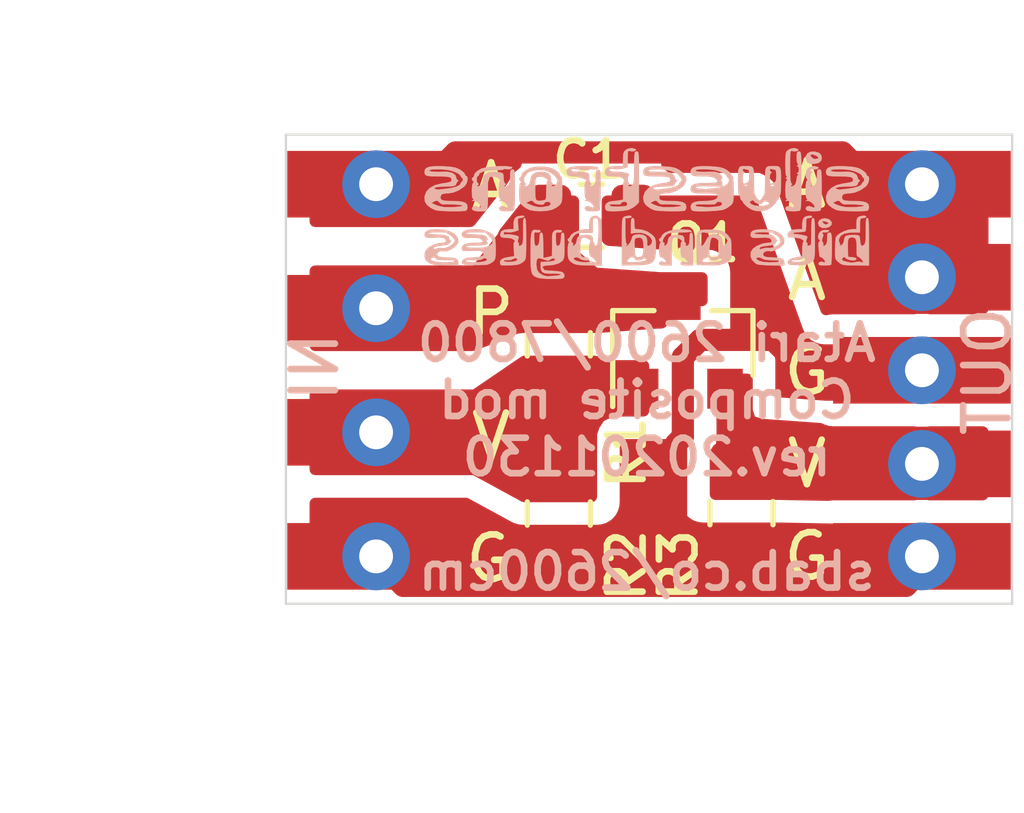
<source format=kicad_pcb>
(kicad_pcb (version 20171130) (host pcbnew "(5.1.4)-1")

  (general
    (thickness 1.6)
    (drawings 19)
    (tracks 23)
    (zones 0)
    (modules 15)
    (nets 6)
  )

  (page A4)
  (layers
    (0 F.Cu signal)
    (31 B.Cu signal)
    (32 B.Adhes user)
    (33 F.Adhes user)
    (34 B.Paste user)
    (35 F.Paste user)
    (36 B.SilkS user)
    (37 F.SilkS user)
    (38 B.Mask user)
    (39 F.Mask user)
    (40 Dwgs.User user)
    (41 Cmts.User user)
    (42 Eco1.User user)
    (43 Eco2.User user)
    (44 Edge.Cuts user)
    (45 Margin user)
    (46 B.CrtYd user)
    (47 F.CrtYd user)
    (48 B.Fab user)
    (49 F.Fab user)
  )

  (setup
    (last_trace_width 1)
    (trace_clearance 0.127)
    (zone_clearance 0.508)
    (zone_45_only no)
    (trace_min 0.2)
    (via_size 0.8)
    (via_drill 0.4)
    (via_min_size 0.4)
    (via_min_drill 0.3)
    (uvia_size 0.3)
    (uvia_drill 0.1)
    (uvias_allowed no)
    (uvia_min_size 0.2)
    (uvia_min_drill 0.1)
    (edge_width 0.05)
    (segment_width 0.2)
    (pcb_text_width 0.3)
    (pcb_text_size 1.5 1.5)
    (mod_edge_width 0.12)
    (mod_text_size 1 1)
    (mod_text_width 0.15)
    (pad_size 2 2)
    (pad_drill 1)
    (pad_to_mask_clearance 0.051)
    (solder_mask_min_width 0.25)
    (aux_axis_origin 0 0)
    (visible_elements 7FFFFFFF)
    (pcbplotparams
      (layerselection 0x010fc_ffffffff)
      (usegerberextensions false)
      (usegerberattributes false)
      (usegerberadvancedattributes false)
      (creategerberjobfile false)
      (excludeedgelayer true)
      (linewidth 0.100000)
      (plotframeref false)
      (viasonmask false)
      (mode 1)
      (useauxorigin false)
      (hpglpennumber 1)
      (hpglpenspeed 20)
      (hpglpendiameter 15.000000)
      (psnegative false)
      (psa4output false)
      (plotreference true)
      (plotvalue true)
      (plotinvisibletext false)
      (padsonsilk false)
      (subtractmaskfromsilk false)
      (outputformat 1)
      (mirror false)
      (drillshape 0)
      (scaleselection 1)
      (outputdirectory "gerbers"))
  )

  (net 0 "")
  (net 1 /POWER)
  (net 2 /VIDEO_IN)
  (net 3 /GND)
  (net 4 /VIDEO_OUT)
  (net 5 /AUDIO)

  (net_class Default "This is the default net class."
    (clearance 0.127)
    (trace_width 1)
    (via_dia 0.8)
    (via_drill 0.4)
    (uvia_dia 0.3)
    (uvia_drill 0.1)
    (add_net /AUDIO)
    (add_net /GND)
    (add_net /POWER)
    (add_net /VIDEO_IN)
    (add_net /VIDEO_OUT)
  )

  (module Silvestron_Components:sbab-tiny-logo (layer B.Cu) (tedit 0) (tstamp 5FC54886)
    (at 127.1016 118.0084 180)
    (fp_text reference G*** (at 0 0) (layer B.SilkS) hide
      (effects (font (size 1.524 1.524) (thickness 0.3)) (justify mirror))
    )
    (fp_text value LOGO (at 0.75 0) (layer B.SilkS) hide
      (effects (font (size 1.524 1.524) (thickness 0.3)) (justify mirror))
    )
    (fp_poly (pts (xy 2.562476 -0.38112) (xy 2.585969 -0.412243) (xy 2.601479 -0.468736) (xy 2.610615 -0.556779)
      (xy 2.614983 -0.682551) (xy 2.616191 -0.852233) (xy 2.6162 -0.874227) (xy 2.615202 -1.050675)
      (xy 2.610707 -1.183469) (xy 2.600461 -1.279742) (xy 2.582212 -1.346624) (xy 2.553707 -1.391249)
      (xy 2.512692 -1.420747) (xy 2.456915 -1.44225) (xy 2.434657 -1.448873) (xy 2.373394 -1.459084)
      (xy 2.280965 -1.466262) (xy 2.172461 -1.470202) (xy 2.062973 -1.470697) (xy 1.967593 -1.46754)
      (xy 1.901412 -1.460525) (xy 1.88595 -1.456378) (xy 1.857728 -1.422887) (xy 1.859892 -1.373154)
      (xy 1.860373 -1.372463) (xy 1.930489 -1.372463) (xy 1.949062 -1.386555) (xy 2.013404 -1.399005)
      (xy 2.06375 -1.403674) (xy 2.145898 -1.409858) (xy 2.209212 -1.415406) (xy 2.229665 -1.417701)
      (xy 2.273467 -1.41161) (xy 2.338228 -1.390526) (xy 2.348271 -1.38645) (xy 2.430679 -1.335087)
      (xy 2.475468 -1.260403) (xy 2.488814 -1.15205) (xy 2.488811 -1.151019) (xy 2.482793 -1.059766)
      (xy 2.460376 -1.012553) (xy 2.41363 -1.003332) (xy 2.334621 -1.026053) (xy 2.328158 -1.0285)
      (xy 2.25642 -1.053637) (xy 2.214372 -1.058928) (xy 2.185138 -1.044837) (xy 2.172149 -1.032777)
      (xy 2.128904 -1.009201) (xy 2.086207 -1.01056) (xy 2.063253 -1.033621) (xy 2.064692 -1.050879)
      (xy 2.093263 -1.067227) (xy 2.158345 -1.080523) (xy 2.230865 -1.087062) (xy 2.3876 -1.094624)
      (xy 2.3876 -1.191901) (xy 2.380009 -1.267075) (xy 2.351862 -1.315552) (xy 2.295101 -1.342082)
      (xy 2.201664 -1.351414) (xy 2.118351 -1.350535) (xy 2.018236 -1.351434) (xy 1.954581 -1.35975)
      (xy 1.930489 -1.372463) (xy 1.860373 -1.372463) (xy 1.890093 -1.329779) (xy 1.899751 -1.323608)
      (xy 1.94645 -1.310853) (xy 2.027479 -1.299771) (xy 2.126372 -1.292536) (xy 2.139269 -1.292006)
      (xy 2.22937 -1.28642) (xy 2.294035 -1.2781) (xy 2.321904 -1.268635) (xy 2.321903 -1.266446)
      (xy 2.328343 -1.238736) (xy 2.3368 -1.2319) (xy 2.355267 -1.205637) (xy 2.331226 -1.182998)
      (xy 2.272934 -1.169455) (xy 2.24005 -1.167794) (xy 2.09758 -1.15436) (xy 1.980885 -1.118346)
      (xy 1.908453 -1.070253) (xy 1.884836 -1.042142) (xy 1.869233 -1.007214) (xy 1.860017 -0.955077)
      (xy 1.85556 -0.875338) (xy 1.854233 -0.757605) (xy 1.8542 -0.7239) (xy 1.855217 -0.59563)
      (xy 1.858959 -0.510224) (xy 1.866455 -0.459773) (xy 1.878738 -0.436368) (xy 1.8923 -0.4318)
      (xy 1.916697 -0.445897) (xy 1.928315 -0.494386) (xy 1.9304 -0.553719) (xy 1.936409 -0.632198)
      (xy 1.951625 -0.691085) (xy 1.960879 -0.706119) (xy 2.00216 -0.735389) (xy 2.029471 -0.723268)
      (xy 2.044886 -0.666729) (xy 2.0503 -0.575431) (xy 2.050752 -0.488305) (xy 2.045584 -0.441197)
      (xy 2.030812 -0.423349) (xy 2.00245 -0.424006) (xy 1.994735 -0.425423) (xy 1.942631 -0.423646)
      (xy 1.919178 -0.408791) (xy 1.915632 -0.382223) (xy 1.92255 -0.378883) (xy 1.962024 -0.374666)
      (xy 2.002513 -0.370261) (xy 2.073983 -0.383044) (xy 2.118718 -0.435925) (xy 2.132223 -0.523326)
      (xy 2.131877 -0.530692) (xy 2.129557 -0.605837) (xy 2.129038 -0.70703) (xy 2.130049 -0.79066)
      (xy 2.1336 -0.95902) (xy 2.234216 -0.984559) (xy 2.295934 -0.996874) (xy 2.330209 -0.997171)
      (xy 2.332808 -0.993999) (xy 2.332245 -0.963449) (xy 2.332296 -0.893305) (xy 2.332922 -0.794767)
      (xy 2.333792 -0.70485) (xy 2.336321 -0.581173) (xy 2.341463 -0.500217) (xy 2.350432 -0.453919)
      (xy 2.364441 -0.434219) (xy 2.3749 -0.4318) (xy 2.399297 -0.445897) (xy 2.410915 -0.494386)
      (xy 2.413 -0.55372) (xy 2.419009 -0.632198) (xy 2.434225 -0.691085) (xy 2.44348 -0.70612)
      (xy 2.485334 -0.735709) (xy 2.513548 -0.723719) (xy 2.530251 -0.667169) (xy 2.537232 -0.574786)
      (xy 2.53914 -0.487438) (xy 2.534987 -0.44012) (xy 2.520728 -0.4221) (xy 2.492322 -0.422649)
      (xy 2.480712 -0.424777) (xy 2.42729 -0.423858) (xy 2.401778 -0.408791) (xy 2.398232 -0.382223)
      (xy 2.40515 -0.378883) (xy 2.444624 -0.374666) (xy 2.485113 -0.370261) (xy 2.529393 -0.369186)
      (xy 2.562476 -0.38112)) (layer B.SilkS) (width 0.01))
    (fp_poly (pts (xy -4.837698 -0.056285) (xy -4.78278 -0.072565) (xy -4.773531 -0.077093) (xy -4.742188 -0.106353)
      (xy -4.727419 -0.159696) (xy -4.7244 -0.229493) (xy -4.7244 -0.3556) (xy -4.627788 -0.3556)
      (xy -4.541148 -0.367937) (xy -4.44638 -0.400057) (xy -4.358079 -0.444624) (xy -4.290836 -0.494302)
      (xy -4.259455 -0.540778) (xy -4.253066 -0.59178) (xy -4.247406 -0.677394) (xy -4.243474 -0.781435)
      (xy -4.242833 -0.810814) (xy -4.241713 -0.915607) (xy -4.245448 -0.983069) (xy -4.257706 -1.026654)
      (xy -4.282157 -1.059817) (xy -4.320044 -1.093943) (xy -4.357189 -1.123453) (xy -4.393799 -1.143267)
      (xy -4.44085 -1.155477) (xy -4.509316 -1.162173) (xy -4.610172 -1.165444) (xy -4.70247 -1.166774)
      (xy -5.0038 -1.17039) (xy -5.0038 -1.098044) (xy -4.876233 -1.098044) (xy -4.857663 -1.106208)
      (xy -4.834486 -1.096443) (xy -4.775718 -1.085527) (xy -4.715989 -1.094612) (xy -4.643423 -1.107215)
      (xy -4.586854 -1.105924) (xy -4.488411 -1.08514) (xy -4.430138 -1.068694) (xy -4.402072 -1.052709)
      (xy -4.394253 -1.033307) (xy -4.3942 -1.030933) (xy -4.41468 -0.992158) (xy -4.4323 -0.981414)
      (xy -4.465054 -0.979952) (xy -4.4704 -0.989427) (xy -4.492435 -1.013451) (xy -4.545505 -1.036337)
      (xy -4.610055 -1.052308) (xy -4.666533 -1.055586) (xy -4.682424 -1.052072) (xy -4.721069 -1.0275)
      (xy -4.7122 -1.005208) (xy -4.659074 -0.989248) (xy -4.62915 -0.985783) (xy -4.5339 -0.9779)
      (xy -4.526407 -0.776905) (xy -4.525281 -0.662847) (xy -4.53448 -0.590407) (xy -4.557467 -0.550869)
      (xy -4.597703 -0.535518) (xy -4.6228 -0.534177) (xy -4.675082 -0.542187) (xy -4.707472 -0.571942)
      (xy -4.723726 -0.632034) (xy -4.727599 -0.731051) (xy -4.726841 -0.772181) (xy -4.727396 -0.878538)
      (xy -4.735273 -0.944577) (xy -4.748466 -0.9652) (xy -4.784552 -0.981638) (xy -4.826 -1.016)
      (xy -4.865337 -1.064737) (xy -4.876233 -1.098044) (xy -5.0038 -1.098044) (xy -5.0038 -0.635995)
      (xy -5.003302 -0.454402) (xy -5.001541 -0.31774) (xy -4.998123 -0.220147) (xy -4.992652 -0.15576)
      (xy -4.984733 -0.118718) (xy -4.973969 -0.103159) (xy -4.967731 -0.1016) (xy -4.951513 -0.110753)
      (xy -4.941209 -0.143409) (xy -4.935904 -0.207363) (xy -4.934683 -0.310411) (xy -4.935304 -0.377912)
      (xy -4.934797 -0.519019) (xy -4.928508 -0.615982) (xy -4.915823 -0.675196) (xy -4.904763 -0.695412)
      (xy -4.859661 -0.732825) (xy -4.827585 -0.72135) (xy -4.809079 -0.661341) (xy -4.806051 -0.631082)
      (xy -4.798516 -0.559966) (xy -4.78857 -0.511331) (xy -4.785502 -0.504119) (xy -4.752003 -0.489696)
      (xy -4.686746 -0.483342) (xy -4.608039 -0.484529) (xy -4.534191 -0.492728) (xy -4.483511 -0.507409)
      (xy -4.47548 -0.513079) (xy -4.451157 -0.561445) (xy -4.445 -0.603794) (xy -4.429913 -0.665753)
      (xy -4.393597 -0.713212) (xy -4.349471 -0.730769) (xy -4.336824 -0.727946) (xy -4.321135 -0.716518)
      (xy -4.340161 -0.713205) (xy -4.36182 -0.704161) (xy -4.344044 -0.673875) (xy -4.343674 -0.673429)
      (xy -4.324717 -0.618745) (xy -4.328267 -0.572151) (xy -4.367899 -0.498714) (xy -4.445242 -0.451415)
      (xy -4.563479 -0.428738) (xy -4.635349 -0.426155) (xy -4.8006 -0.426155) (xy -4.8006 -0.263877)
      (xy -4.801806 -0.176036) (xy -4.808368 -0.127426) (xy -4.824704 -0.106484) (xy -4.85523 -0.101651)
      (xy -4.862601 -0.1016) (xy -4.916383 -0.092234) (xy -4.940301 -0.076199) (xy -4.933208 -0.058012)
      (xy -4.893424 -0.051404) (xy -4.837698 -0.056285)) (layer B.SilkS) (width 0.01))
    (fp_poly (pts (xy -3.954826 -0.381524) (xy -3.910672 -0.407205) (xy -3.875423 -0.458508) (xy -3.86169 -0.520386)
      (xy -3.871428 -0.572801) (xy -3.89255 -0.592849) (xy -3.910394 -0.609674) (xy -3.890281 -0.629617)
      (xy -3.870658 -0.661112) (xy -3.867004 -0.723396) (xy -3.873255 -0.790301) (xy -3.883211 -0.872689)
      (xy -3.890365 -0.936036) (xy -3.892458 -0.957732) (xy -3.905294 -0.979354) (xy -3.912142 -0.977565)
      (xy -3.939522 -0.985404) (xy -3.977703 -1.018541) (xy -4.011383 -1.060109) (xy -4.02526 -1.09324)
      (xy -4.022793 -1.09954) (xy -3.990148 -1.102574) (xy -3.961728 -1.09184) (xy -3.919413 -1.086783)
      (xy -3.882782 -1.105394) (xy -3.869306 -1.135191) (xy -3.877954 -1.151687) (xy -3.913094 -1.162269)
      (xy -3.978277 -1.167435) (xy -4.053036 -1.1672) (xy -4.116906 -1.161581) (xy -4.148667 -1.151466)
      (xy -4.154818 -1.121191) (xy -4.159971 -1.049857) (xy -4.163678 -0.947204) (xy -4.165492 -0.82297)
      (xy -4.1656 -0.783166) (xy -4.16522 -0.643433) (xy -4.163318 -0.546643) (xy -4.158754 -0.484942)
      (xy -4.150389 -0.450475) (xy -4.137081 -0.435388) (xy -4.117691 -0.431826) (xy -4.114595 -0.4318)
      (xy -4.083009 -0.438682) (xy -4.0691 -0.468066) (xy -4.067459 -0.533052) (xy -4.06787 -0.544938)
      (xy -4.0635 -0.623313) (xy -4.047419 -0.684257) (xy -4.039565 -0.697338) (xy -4.005026 -0.727182)
      (xy -3.976795 -0.736189) (xy -3.970254 -0.721284) (xy -3.975788 -0.710087) (xy -3.975375 -0.671033)
      (xy -3.960853 -0.645835) (xy -3.942377 -0.605841) (xy -3.95501 -0.552673) (xy -3.960705 -0.539677)
      (xy -3.977979 -0.484427) (xy -3.964281 -0.46206) (xy -3.947342 -0.438937) (xy -3.950356 -0.430739)
      (xy -3.982262 -0.418546) (xy -3.999771 -0.422334) (xy -4.049617 -0.421901) (xy -4.081508 -0.409297)
      (xy -4.107809 -0.387391) (xy -4.1021 -0.379655) (xy -4.058047 -0.374725) (xy -4.018622 -0.370359)
      (xy -3.954826 -0.381524)) (layer B.SilkS) (width 0.01))
    (fp_poly (pts (xy -3.622908 -0.057522) (xy -3.570543 -0.073918) (xy -3.54965 -0.086157) (xy -3.517366 -0.134737)
      (xy -3.505405 -0.2207) (xy -3.5052 -0.23775) (xy -3.5052 -0.3556) (xy -3.404796 -0.3556)
      (xy -3.29207 -0.367598) (xy -3.214251 -0.401561) (xy -3.177255 -0.454441) (xy -3.175 -0.473977)
      (xy -3.181993 -0.520719) (xy -3.19405 -0.535647) (xy -3.228617 -0.537695) (xy -3.29575 -0.540432)
      (xy -3.341928 -0.542011) (xy -3.450479 -0.556706) (xy -3.515193 -0.590563) (xy -3.539074 -0.623313)
      (xy -3.532415 -0.635) (xy -3.516981 -0.65892) (xy -3.507534 -0.725184) (xy -3.5052 -0.798949)
      (xy -3.5052 -0.962898) (xy -3.40995 -0.97867) (xy -3.287941 -1.005347) (xy -3.21287 -1.038115)
      (xy -3.18104 -1.078959) (xy -3.180058 -1.102166) (xy -3.189171 -1.130528) (xy -3.214008 -1.147258)
      (xy -3.265961 -1.155933) (xy -3.356421 -1.16013) (xy -3.3655 -1.160375) (xy -3.465773 -1.159873)
      (xy -3.554214 -1.153994) (xy -3.608997 -1.144632) (xy -3.680218 -1.111417) (xy -3.729647 -1.077162)
      (xy -3.7491 -1.058172) (xy -3.755 -1.048312) (xy -3.574727 -1.048312) (xy -3.570068 -1.064586)
      (xy -3.537825 -1.080295) (xy -3.475454 -1.08948) (xy -3.399286 -1.092199) (xy -3.325654 -1.088511)
      (xy -3.270888 -1.078473) (xy -3.2512 -1.063455) (xy -3.274404 -1.045793) (xy -3.342114 -1.046958)
      (xy -3.350132 -1.04798) (xy -3.434335 -1.048942) (xy -3.488157 -1.022129) (xy -3.489651 -1.020663)
      (xy -3.529967 -0.995162) (xy -3.558686 -1.008525) (xy -3.574727 -1.048312) (xy -3.755 -1.048312)
      (xy -3.763327 -1.034399) (xy -3.773143 -0.998256) (xy -3.779363 -0.94216) (xy -3.782802 -0.858524)
      (xy -3.784276 -0.739764) (xy -3.7846 -0.578294) (xy -3.7846 -0.565855) (xy -3.784076 -0.399219)
      (xy -3.782148 -0.276916) (xy -3.778287 -0.192488) (xy -3.771964 -0.139476) (xy -3.762647 -0.11142)
      (xy -3.749807 -0.101861) (xy -3.7465 -0.1016) (xy -3.730074 -0.109242) (xy -3.719023 -0.137349)
      (xy -3.712376 -0.193693) (xy -3.709161 -0.286045) (xy -3.7084 -0.4064) (xy -3.707572 -0.524069)
      (xy -3.705316 -0.620633) (xy -3.701973 -0.686277) (xy -3.697887 -0.711184) (xy -3.697778 -0.7112)
      (xy -3.668092 -0.719146) (xy -3.642811 -0.728216) (xy -3.612631 -0.733388) (xy -3.618588 -0.712676)
      (xy -3.619152 -0.672988) (xy -3.605149 -0.659379) (xy -3.584753 -0.632608) (xy -3.595896 -0.585651)
      (xy -3.600648 -0.57486) (xy -3.614813 -0.53741) (xy -3.607184 -0.515238) (xy -3.568069 -0.499871)
      (xy -3.497603 -0.48479) (xy -3.415255 -0.470798) (xy -3.34986 -0.46391) (xy -3.3274 -0.464198)
      (xy -3.293895 -0.456149) (xy -3.2893 -0.445035) (xy -3.312215 -0.430745) (xy -3.371053 -0.420762)
      (xy -3.422163 -0.418006) (xy -3.500549 -0.413706) (xy -3.556568 -0.405053) (xy -3.572351 -0.398516)
      (xy -3.58161 -0.365337) (xy -3.587027 -0.29837) (xy -3.58766 -0.241395) (xy -3.588222 -0.161288)
      (xy -3.596306 -0.119549) (xy -3.617034 -0.103801) (xy -3.645523 -0.1016) (xy -3.698463 -0.091916)
      (xy -3.721101 -0.0762) (xy -3.714958 -0.057689) (xy -3.676637 -0.051788) (xy -3.622908 -0.057522)) (layer B.SilkS) (width 0.01))
    (fp_poly (pts (xy -2.486649 -0.363241) (xy -2.399808 -0.383974) (xy -2.351654 -0.420906) (xy -2.3368 -0.476332)
      (xy -2.347305 -0.51916) (xy -2.384277 -0.542409) (xy -2.455908 -0.548755) (xy -2.542675 -0.543548)
      (xy -2.678053 -0.539126) (xy -2.768905 -0.554274) (xy -2.814173 -0.588732) (xy -2.8194 -0.611618)
      (xy -2.808729 -0.645308) (xy -2.768041 -0.658913) (xy -2.729685 -0.6604) (xy -2.608403 -0.679447)
      (xy -2.485287 -0.729484) (xy -2.394297 -0.793039) (xy -2.344276 -0.869953) (xy -2.337837 -0.956732)
      (xy -2.372231 -1.042416) (xy -2.444705 -1.116044) (xy -2.480928 -1.138197) (xy -2.52425 -1.14845)
      (xy -2.60592 -1.157411) (xy -2.713488 -1.164003) (xy -2.81305 -1.166897) (xy -3.0988 -1.171154)
      (xy -3.0988 -1.107171) (xy -3.090142 -1.073783) (xy -3.01921 -1.073783) (xy -2.99438 -1.085832)
      (xy -2.922014 -1.096598) (xy -2.88925 -1.099379) (xy -2.747155 -1.102825) (xy -2.62415 -1.092367)
      (xy -2.533068 -1.069418) (xy -2.509227 -1.057549) (xy -2.472439 -1.02734) (xy -2.4638 -1.011752)
      (xy -2.483855 -0.98924) (xy -2.529855 -0.985532) (xy -2.580556 -1.000625) (xy -2.597209 -1.011769)
      (xy -2.652776 -1.035603) (xy -2.751724 -1.048039) (xy -2.832159 -1.050296) (xy -2.935731 -1.053979)
      (xy -2.998871 -1.062487) (xy -3.01921 -1.073783) (xy -3.090142 -1.073783) (xy -3.084071 -1.050377)
      (xy -3.03609 -1.013828) (xy -2.949168 -0.994875) (xy -2.848548 -0.9906) (xy -2.735101 -0.987152)
      (xy -2.663978 -0.974981) (xy -2.627055 -0.951344) (xy -2.616208 -0.9135) (xy -2.6162 -0.912166)
      (xy -2.638144 -0.871521) (xy -2.691199 -0.84547) (xy -2.756207 -0.841307) (xy -2.783811 -0.848348)
      (xy -2.831524 -0.845464) (xy -2.901833 -0.819087) (xy -2.978311 -0.778245) (xy -3.044528 -0.731967)
      (xy -3.084055 -0.68928) (xy -3.087473 -0.681475) (xy -3.090372 -0.643825) (xy -3.013142 -0.643825)
      (xy -2.979326 -0.69225) (xy -2.914171 -0.737313) (xy -2.836769 -0.769539) (xy -2.766212 -0.779453)
      (xy -2.746878 -0.775965) (xy -2.683335 -0.775019) (xy -2.584143 -0.798319) (xy -2.54635 -0.810616)
      (xy -2.540613 -0.792241) (xy -2.54 -0.777277) (xy -2.55796 -0.754976) (xy -2.615557 -0.737722)
      (xy -2.7178 -0.7239) (xy -2.824527 -0.708894) (xy -2.88265 -0.689933) (xy -2.8956 -0.672638)
      (xy -2.91389 -0.635423) (xy -2.924299 -0.629667) (xy -2.929359 -0.606566) (xy -2.900092 -0.559023)
      (xy -2.890323 -0.547238) (xy -2.855856 -0.511033) (xy -2.820172 -0.489234) (xy -2.7696 -0.478081)
      (xy -2.690463 -0.473812) (xy -2.620325 -0.472968) (xy -2.514856 -0.469211) (xy -2.44324 -0.460271)
      (xy -2.413411 -0.447207) (xy -2.413016 -0.44533) (xy -2.437366 -0.43239) (xy -2.506394 -0.423505)
      (xy -2.614091 -0.419333) (xy -2.651894 -0.4191) (xy -2.751344 -0.420667) (xy -2.824796 -0.424884)
      (xy -2.862739 -0.431022) (xy -2.864423 -0.435373) (xy -2.862535 -0.454065) (xy -2.888895 -0.467771)
      (xy -2.962978 -0.510515) (xy -3.007777 -0.574694) (xy -3.013142 -0.643825) (xy -3.090372 -0.643825)
      (xy -3.094747 -0.587009) (xy -3.056734 -0.504399) (xy -2.978227 -0.436961) (xy -2.864015 -0.388007)
      (xy -2.718888 -0.360853) (xy -2.617563 -0.356407) (xy -2.486649 -0.363241)) (layer B.SilkS) (width 0.01))
    (fp_poly (pts (xy -1.237876 -0.373194) (xy -1.180152 -0.394386) (xy -1.144798 -0.436902) (xy -1.126757 -0.5077)
      (xy -1.120971 -0.613738) (xy -1.122385 -0.761973) (xy -1.123216 -0.803716) (xy -1.1303 -1.1557)
      (xy -1.38657 -1.161897) (xy -1.495853 -1.163013) (xy -1.585306 -1.161059) (xy -1.643328 -1.156453)
      (xy -1.658816 -1.152118) (xy -1.695366 -1.136892) (xy -1.720757 -1.13322) (xy -1.771728 -1.116052)
      (xy -1.832538 -1.078424) (xy -1.835861 -1.075844) (xy -1.868616 -1.047213) (xy -1.870959 -1.043633)
      (xy -1.7018 -1.043633) (xy -1.678912 -1.066979) (xy -1.609174 -1.084308) (xy -1.490978 -1.095965)
      (xy -1.4478 -1.098315) (xy -1.335256 -1.100283) (xy -1.268885 -1.092966) (xy -1.244829 -1.075891)
      (xy -1.2446 -1.073411) (xy -1.265794 -1.038308) (xy -1.315026 -1.004425) (xy -1.370777 -0.98414)
      (xy -1.400027 -0.984031) (xy -1.432342 -1.000737) (xy -1.422499 -1.015939) (xy -1.421914 -1.032521)
      (xy -1.46493 -1.04853) (xy -1.473193 -1.050288) (xy -1.553466 -1.050839) (xy -1.590277 -1.029552)
      (xy -1.634034 -1.00781) (xy -1.678692 -1.012179) (xy -1.701581 -1.039796) (xy -1.7018 -1.043633)
      (xy -1.870959 -1.043633) (xy -1.888964 -1.016123) (xy -1.899848 -0.970407) (xy -1.904212 -0.897898)
      (xy -1.905 -0.790094) (xy -1.903627 -0.732533) (xy -1.632716 -0.732533) (xy -1.630827 -0.79213)
      (xy -1.62507 -0.883757) (xy -1.615132 -0.936509) (xy -1.596821 -0.962309) (xy -1.567327 -0.972821)
      (xy -1.499426 -0.984433) (xy -1.46106 -0.984279) (xy -1.43222 -0.97183) (xy -1.427882 -0.969125)
      (xy -1.411763 -0.944957) (xy -1.405942 -0.893557) (xy -1.409893 -0.805768) (xy -1.415182 -0.747264)
      (xy -1.426804 -0.645434) (xy -1.439229 -0.583871) (xy -1.456062 -0.55212) (xy -1.480908 -0.539726)
      (xy -1.487105 -0.538657) (xy -1.5447 -0.549286) (xy -1.588705 -0.576757) (xy -1.615927 -0.610603)
      (xy -1.629651 -0.65769) (xy -1.632716 -0.732533) (xy -1.903627 -0.732533) (xy -1.902365 -0.679641)
      (xy -1.895222 -0.602472) (xy -1.821543 -0.602472) (xy -1.817156 -0.633372) (xy -1.795122 -0.669917)
      (xy -1.75358 -0.723197) (xy -1.727152 -0.728781) (xy -1.712238 -0.685579) (xy -1.707842 -0.643529)
      (xy -1.691057 -0.553348) (xy -1.650536 -0.499697) (xy -1.57685 -0.470362) (xy -1.573616 -0.469639)
      (xy -1.482414 -0.463632) (xy -1.412887 -0.495581) (xy -1.35525 -0.571058) (xy -1.338603 -0.603465)
      (xy -1.300416 -0.672617) (xy -1.264949 -0.719759) (xy -1.250157 -0.730738) (xy -1.223656 -0.72827)
      (xy -1.222439 -0.719931) (xy -1.217369 -0.680483) (xy -1.208618 -0.656142) (xy -1.198633 -0.603564)
      (xy -1.198359 -0.529512) (xy -1.199387 -0.517148) (xy -1.215768 -0.449632) (xy -1.254097 -0.421691)
      (xy -1.324258 -0.427267) (xy -1.33985 -0.431058) (xy -1.373933 -0.433113) (xy -1.44193 -0.433281)
      (xy -1.503431 -0.432145) (xy -1.590966 -0.433035) (xy -1.6502 -0.446636) (xy -1.703388 -0.480705)
      (xy -1.743387 -0.515782) (xy -1.798686 -0.568439) (xy -1.821543 -0.602472) (xy -1.895222 -0.602472)
      (xy -1.895061 -0.600733) (xy -1.88399 -0.56159) (xy -1.8796 -0.5588) (xy -1.855788 -0.538715)
      (xy -1.853886 -0.52705) (xy -1.834109 -0.494886) (xy -1.784652 -0.451097) (xy -1.758636 -0.432745)
      (xy -1.703541 -0.401167) (xy -1.645714 -0.381833) (xy -1.569916 -0.371589) (xy -1.460907 -0.367282)
      (xy -1.44066 -0.366951) (xy -1.323026 -0.366368) (xy -1.237876 -0.373194)) (layer B.SilkS) (width 0.01))
    (fp_poly (pts (xy -0.626236 -0.368326) (xy -0.504452 -0.394564) (xy -0.408928 -0.434608) (xy -0.349446 -0.484973)
      (xy -0.336537 -0.511912) (xy -0.316277 -0.550953) (xy -0.301838 -0.5588) (xy -0.281919 -0.579416)
      (xy -0.2794 -0.5969) (xy -0.296487 -0.630874) (xy -0.31115 -0.635388) (xy -0.328711 -0.641392)
      (xy -0.309677 -0.656848) (xy -0.293491 -0.688957) (xy -0.284046 -0.750259) (xy -0.281133 -0.825554)
      (xy -0.284545 -0.899643) (xy -0.294076 -0.957326) (xy -0.309519 -0.983405) (xy -0.314124 -0.983258)
      (xy -0.354352 -0.992022) (xy -0.399385 -1.027171) (xy -0.428889 -1.070948) (xy -0.4318 -1.086038)
      (xy -0.421439 -1.106409) (xy -0.383114 -1.093319) (xy -0.380476 -1.091919) (xy -0.32149 -1.076715)
      (xy -0.285737 -1.100769) (xy -0.2794 -1.131799) (xy -0.293496 -1.154139) (xy -0.341582 -1.165564)
      (xy -0.4191 -1.1684) (xy -0.5588 -1.1684) (xy -0.5588 -0.866317) (xy -0.560459 -0.725134)
      (xy -0.5673 -0.628153) (xy -0.582121 -0.568833) (xy -0.607719 -0.540632) (xy -0.64689 -0.53701)
      (xy -0.694544 -0.548875) (xy -0.74253 -0.571293) (xy -0.781675 -0.600461) (xy -0.800031 -0.625352)
      (xy -0.787873 -0.635) (xy -0.771367 -0.659883) (xy -0.764111 -0.734137) (xy -0.764545 -0.814026)
      (xy -0.7713 -0.917489) (xy -0.783952 -0.973372) (xy -0.797636 -0.98289) (xy -0.829551 -0.990811)
      (xy -0.87095 -1.02125) (xy -0.907168 -1.059843) (xy -0.923542 -1.092226) (xy -0.919175 -1.101949)
      (xy -0.8829 -1.101336) (xy -0.864691 -1.092874) (xy -0.813278 -1.081368) (xy -0.772613 -1.102652)
      (xy -0.762 -1.133017) (xy -0.777631 -1.15488) (xy -0.829684 -1.165968) (xy -0.9017 -1.1684)
      (xy -1.0414 -1.1684) (xy -1.0414 -0.8001) (xy -1.040675 -0.65381) (xy -1.038005 -0.551139)
      (xy -1.032649 -0.484919) (xy -1.023865 -0.447983) (xy -1.010912 -0.433163) (xy -1.0033 -0.4318)
      (xy -0.980126 -0.444546) (xy -0.968315 -0.48916) (xy -0.9652 -0.568782) (xy -0.96055 -0.657149)
      (xy -0.944831 -0.705476) (xy -0.925023 -0.721182) (xy -0.880821 -0.734935) (xy -0.872069 -0.722281)
      (xy -0.879815 -0.6985) (xy -0.877857 -0.665924) (xy -0.8645 -0.6604) (xy -0.844057 -0.639349)
      (xy -0.841949 -0.60325) (xy -0.838499 -0.536332) (xy -0.802218 -0.498191) (xy -0.726432 -0.483336)
      (xy -0.695332 -0.4826) (xy -0.582371 -0.492898) (xy -0.512951 -0.524948) (xy -0.483922 -0.580481)
      (xy -0.4826 -0.599607) (xy -0.468824 -0.663819) (xy -0.446315 -0.700314) (xy -0.405524 -0.732939)
      (xy -0.390514 -0.72613) (xy -0.397215 -0.6985) (xy -0.396098 -0.665879) (xy -0.383718 -0.6604)
      (xy -0.358135 -0.642373) (xy -0.36013 -0.597453) (xy -0.386793 -0.539382) (xy -0.417888 -0.499008)
      (xy -0.456289 -0.463434) (xy -0.499243 -0.442684) (xy -0.561901 -0.432425) (xy -0.659416 -0.428326)
      (xy -0.665538 -0.428204) (xy -0.785711 -0.425295) (xy -0.872413 -0.421471) (xy -0.942972 -0.41578)
      (xy -0.9906 -0.410355) (xy -1.015138 -0.402325) (xy -0.993102 -0.383083) (xy -0.951574 -0.372024)
      (xy -0.874811 -0.363632) (xy -0.778366 -0.359521) (xy -0.764502 -0.359381) (xy -0.626236 -0.368326)) (layer B.SilkS) (width 0.01))
    (fp_poly (pts (xy 0.445502 -0.056285) (xy 0.50042 -0.072565) (xy 0.509669 -0.077093) (xy 0.526071 -0.088679)
      (xy 0.53836 -0.107944) (xy 0.547126 -0.141598) (xy 0.552959 -0.196351) (xy 0.55645 -0.278915)
      (xy 0.558188 -0.395999) (xy 0.558763 -0.554314) (xy 0.5588 -0.635893) (xy 0.5588 -1.1684)
      (xy 0.31115 -1.1658) (xy 0.194407 -1.162741) (xy 0.088486 -1.156717) (xy 0.009392 -1.148776)
      (xy -0.015018 -1.144432) (xy -0.096937 -1.116076) (xy -0.151949 -1.07139) (xy -0.168976 -1.035124)
      (xy 0.005728 -1.035124) (xy 0.007274 -1.050879) (xy 0.034545 -1.064488) (xy 0.097829 -1.077884)
      (xy 0.182359 -1.089491) (xy 0.273364 -1.097732) (xy 0.356077 -1.101031) (xy 0.41573 -1.097812)
      (xy 0.426098 -1.095583) (xy 0.445784 -1.080511) (xy 0.427978 -1.047208) (xy 0.426098 -1.044783)
      (xy 0.389118 -1.002892) (xy 0.371838 -0.987363) (xy 0.336131 -0.979334) (xy 0.293541 -0.987165)
      (xy 0.266673 -1.004655) (xy 0.26681 -1.016178) (xy 0.261378 -1.038691) (xy 0.224058 -1.051387)
      (xy 0.173109 -1.052565) (xy 0.12679 -1.040529) (xy 0.112501 -1.03053) (xy 0.070008 -1.008277)
      (xy 0.027825 -1.011083) (xy 0.005728 -1.035124) (xy -0.168976 -1.035124) (xy -0.184796 -1.00143)
      (xy -0.200217 -0.897248) (xy -0.2032 -0.789353) (xy -0.202916 -0.754862) (xy 0.070805 -0.754862)
      (xy 0.071876 -0.784018) (xy 0.079867 -0.886462) (xy 0.096551 -0.947565) (xy 0.128794 -0.976755)
      (xy 0.183462 -0.983458) (xy 0.2159 -0.981749) (xy 0.2412 -0.974983) (xy 0.257134 -0.952552)
      (xy 0.266501 -0.904232) (xy 0.272096 -0.819795) (xy 0.274065 -0.769088) (xy 0.277027 -0.666452)
      (xy 0.275111 -0.603537) (xy 0.265467 -0.569308) (xy 0.245245 -0.552725) (xy 0.215891 -0.543828)
      (xy 0.146212 -0.539518) (xy 0.100394 -0.570603) (xy 0.076053 -0.641059) (xy 0.070805 -0.754862)
      (xy -0.202916 -0.754862) (xy -0.2023 -0.68016) (xy -0.197328 -0.608367) (xy -0.184881 -0.560581)
      (xy -0.161553 -0.523406) (xy -0.125951 -0.485457) (xy -0.017589 -0.409536) (xy 0.11686 -0.364737)
      (xy 0.20955 -0.355741) (xy 0.250933 -0.352294) (xy 0.271573 -0.333448) (xy 0.278657 -0.28612)
      (xy 0.2794 -0.2286) (xy 0.283478 -0.148734) (xy 0.2976 -0.109726) (xy 0.3175 -0.1016)
      (xy 0.338405 -0.112225) (xy 0.350264 -0.150359) (xy 0.355137 -0.225391) (xy 0.3556 -0.275373)
      (xy 0.3556 -0.449146) (xy 0.24271 -0.432014) (xy 0.137306 -0.430333) (xy 0.040257 -0.45367)
      (xy -0.040782 -0.495865) (xy -0.098157 -0.55076) (xy -0.124212 -0.612193) (xy -0.111292 -0.674007)
      (xy -0.090715 -0.700314) (xy -0.044512 -0.732454) (xy -0.01338 -0.728795) (xy -0.006824 -0.70485)
      (xy -0.007104 -0.605093) (xy 0.004976 -0.543255) (xy 0.035107 -0.506894) (xy 0.088978 -0.483568)
      (xy 0.09525 -0.481663) (xy 0.175478 -0.469568) (xy 0.251632 -0.476905) (xy 0.308331 -0.500163)
      (xy 0.3302 -0.535282) (xy 0.343151 -0.591239) (xy 0.374676 -0.65522) (xy 0.413784 -0.709348)
      (xy 0.449482 -0.735746) (xy 0.453744 -0.736211) (xy 0.481257 -0.732187) (xy 0.462591 -0.714723)
      (xy 0.4572 -0.7112) (xy 0.436533 -0.690661) (xy 0.45085 -0.686188) (xy 0.465491 -0.671447)
      (xy 0.475244 -0.623797) (xy 0.480734 -0.537462) (xy 0.482589 -0.406666) (xy 0.4826 -0.3937)
      (xy 0.4826 -0.1016) (xy 0.420599 -0.1016) (xy 0.366817 -0.092234) (xy 0.3429 -0.0762)
      (xy 0.349992 -0.058012) (xy 0.389776 -0.051404) (xy 0.445502 -0.056285)) (layer B.SilkS) (width 0.01))
    (fp_poly (pts (xy 1.217303 -0.067529) (xy 1.25095 -0.086157) (xy 1.283234 -0.134737) (xy 1.295195 -0.2207)
      (xy 1.2954 -0.23775) (xy 1.2954 -0.3556) (xy 1.38898 -0.3556) (xy 1.472509 -0.367233)
      (xy 1.563068 -0.397253) (xy 1.64512 -0.438343) (xy 1.703127 -0.483184) (xy 1.720863 -0.511912)
      (xy 1.741123 -0.550953) (xy 1.755562 -0.5588) (xy 1.776123 -0.576401) (xy 1.773339 -0.612453)
      (xy 1.74997 -0.641828) (xy 1.74625 -0.643578) (xy 1.727532 -0.655054) (xy 1.74625 -0.658394)
      (xy 1.764872 -0.679517) (xy 1.775188 -0.742844) (xy 1.778 -0.8382) (xy 1.774867 -0.941425)
      (xy 1.763477 -1.007996) (xy 1.740837 -1.051784) (xy 1.729122 -1.064877) (xy 1.682941 -1.105688)
      (xy 1.633389 -1.133597) (xy 1.569557 -1.151206) (xy 1.480539 -1.161119) (xy 1.355426 -1.165941)
      (xy 1.30175 -1.166897) (xy 1.016 -1.171154) (xy 1.016 -1.093331) (xy 1.133657 -1.093331)
      (xy 1.135362 -1.101496) (xy 1.166802 -1.103642) (xy 1.188018 -1.09493) (xy 1.237923 -1.085485)
      (xy 1.306454 -1.091847) (xy 1.309461 -1.092506) (xy 1.391364 -1.100549) (xy 1.480778 -1.093755)
      (xy 1.563382 -1.07539) (xy 1.624855 -1.048715) (xy 1.650876 -1.016996) (xy 1.651 -1.01467)
      (xy 1.630467 -0.991434) (xy 1.585128 -0.983086) (xy 1.539374 -0.991851) (xy 1.524158 -1.003109)
      (xy 1.47409 -1.034475) (xy 1.402119 -1.052753) (xy 1.336733 -1.051287) (xy 1.328759 -1.048766)
      (xy 1.29678 -1.024011) (xy 1.308673 -1.000619) (xy 1.356822 -0.9906) (xy 1.424158 -0.986733)
      (xy 1.466017 -0.968703) (xy 1.48838 -0.926867) (xy 1.49723 -0.851579) (xy 1.4986 -0.761999)
      (xy 1.494544 -0.646912) (xy 1.479634 -0.575713) (xy 1.449753 -0.54194) (xy 1.400785 -0.539131)
      (xy 1.362856 -0.548875) (xy 1.315769 -0.57099) (xy 1.276444 -0.600142) (xy 1.25714 -0.62518)
      (xy 1.268185 -0.635) (xy 1.283595 -0.658938) (xy 1.293038 -0.725326) (xy 1.2954 -0.8001)
      (xy 1.291586 -0.891029) (xy 1.281192 -0.949036) (xy 1.268845 -0.9652) (xy 1.23473 -0.980669)
      (xy 1.191084 -1.017129) (xy 1.152522 -1.059657) (xy 1.133657 -1.093331) (xy 1.016 -1.093331)
      (xy 1.016 -0.636377) (xy 1.016433 -0.45605) (xy 1.017067 -0.401885) (xy 1.084806 -0.401885)
      (xy 1.089021 -0.533899) (xy 1.099061 -0.635824) (xy 1.114278 -0.699795) (xy 1.125859 -0.716841)
      (xy 1.170003 -0.735287) (xy 1.182622 -0.716926) (xy 1.177585 -0.6985) (xy 1.179543 -0.665924)
      (xy 1.1929 -0.6604) (xy 1.213343 -0.639349) (xy 1.215451 -0.60325) (xy 1.218901 -0.536332)
      (xy 1.255182 -0.498191) (xy 1.330968 -0.483336) (xy 1.362068 -0.4826) (xy 1.475029 -0.492898)
      (xy 1.544449 -0.524948) (xy 1.573478 -0.580481) (xy 1.5748 -0.599607) (xy 1.588576 -0.663819)
      (xy 1.611085 -0.700314) (xy 1.651876 -0.732939) (xy 1.666886 -0.72613) (xy 1.660185 -0.6985)
      (xy 1.661302 -0.665879) (xy 1.673682 -0.6604) (xy 1.699265 -0.642373) (xy 1.69727 -0.597453)
      (xy 1.670607 -0.539382) (xy 1.639512 -0.499008) (xy 1.601 -0.463146) (xy 1.558698 -0.442877)
      (xy 1.497057 -0.433872) (xy 1.400529 -0.4318) (xy 1.2192 -0.4318) (xy 1.2192 -0.2667)
      (xy 1.218086 -0.177949) (xy 1.211803 -0.128516) (xy 1.195936 -0.106923) (xy 1.166071 -0.101695)
      (xy 1.1557 -0.1016) (xy 1.119776 -0.105312) (xy 1.100109 -0.124554) (xy 1.090988 -0.171476)
      (xy 1.087068 -0.24765) (xy 1.084806 -0.401885) (xy 1.017067 -0.401885) (xy 1.018021 -0.320469)
      (xy 1.021194 -0.223582) (xy 1.026383 -0.159339) (xy 1.034019 -0.121692) (xy 1.044534 -0.104589)
      (xy 1.0541 -0.1016) (xy 1.087901 -0.087884) (xy 1.0922 -0.0762) (xy 1.112524 -0.055822)
      (xy 1.160649 -0.053335) (xy 1.217303 -0.067529)) (layer B.SilkS) (width 0.01))
    (fp_poly (pts (xy 2.91345 -0.065059) (xy 2.969749 -0.107549) (xy 2.994596 -0.186048) (xy 2.9972 -0.23775)
      (xy 2.9972 -0.3556) (xy 3.106645 -0.3556) (xy 3.212486 -0.368401) (xy 3.277563 -0.4057)
      (xy 3.299367 -0.465836) (xy 3.298062 -0.482279) (xy 3.2874 -0.518258) (xy 3.25987 -0.536555)
      (xy 3.201726 -0.543373) (xy 3.160472 -0.544369) (xy 3.052227 -0.556725) (xy 2.987207 -0.590563)
      (xy 2.96309 -0.624143) (xy 2.972944 -0.635) (xy 2.989736 -0.653777) (xy 2.995674 -0.713371)
      (xy 2.992654 -0.799322) (xy 2.982191 -0.963645) (xy 3.097645 -0.980369) (xy 3.204313 -1.001532)
      (xy 3.268303 -1.030451) (xy 3.297661 -1.072065) (xy 3.302 -1.105793) (xy 3.299278 -1.13891)
      (xy 3.283607 -1.157371) (xy 3.243721 -1.165091) (xy 3.168358 -1.165986) (xy 3.13055 -1.165394)
      (xy 3.032024 -1.161473) (xy 2.9457 -1.154241) (xy 2.8956 -1.146344) (xy 2.828096 -1.117018)
      (xy 2.77495 -1.080205) (xy 2.754739 -1.060487) (xy 2.739956 -1.036932) (xy 2.7368 -1.026095)
      (xy 2.912735 -1.026095) (xy 2.923461 -1.057066) (xy 2.961357 -1.076429) (xy 3.026025 -1.088451)
      (xy 3.100982 -1.092756) (xy 3.169742 -1.088973) (xy 3.21582 -1.076727) (xy 3.2258 -1.063917)
      (xy 3.203437 -1.046512) (xy 3.14325 -1.048345) (xy 3.062257 -1.045955) (xy 3.019923 -1.025216)
      (xy 2.975335 -1.003039) (xy 2.934273 -1.005092) (xy 2.912735 -1.026095) (xy 2.7368 -1.026095)
      (xy 2.729755 -1.001912) (xy 2.723287 -0.947797) (xy 2.719703 -0.866958) (xy 2.718158 -0.751765)
      (xy 2.717803 -0.594589) (xy 2.7178 -0.565855) (xy 2.718467 -0.396603) (xy 2.720766 -0.27213)
      (xy 2.725146 -0.186429) (xy 2.732055 -0.133493) (xy 2.741939 -0.107314) (xy 2.752402 -0.1016)
      (xy 2.767732 -0.11192) (xy 2.777679 -0.147705) (xy 2.783026 -0.216195) (xy 2.784557 -0.324626)
      (xy 2.784152 -0.394611) (xy 2.784151 -0.526843) (xy 2.787811 -0.616753) (xy 2.796066 -0.672748)
      (xy 2.809851 -0.703234) (xy 2.8194 -0.711722) (xy 2.866802 -0.734004) (xy 2.88764 -0.728532)
      (xy 2.881144 -0.70836) (xy 2.88248 -0.672161) (xy 2.89333 -0.661802) (xy 2.910267 -0.629334)
      (xy 2.897905 -0.577564) (xy 2.886034 -0.537571) (xy 2.896487 -0.51432) (xy 2.939486 -0.498043)
      (xy 2.994088 -0.48564) (xy 3.077948 -0.472947) (xy 3.149306 -0.471013) (xy 3.170567 -0.474081)
      (xy 3.214247 -0.475206) (xy 3.2258 -0.445444) (xy 3.216016 -0.416879) (xy 3.177889 -0.413768)
      (xy 3.149687 -0.41908) (xy 3.072951 -0.422285) (xy 2.988493 -0.40761) (xy 2.981685 -0.405471)
      (xy 2.889795 -0.375144) (xy 2.901137 -0.238372) (xy 2.905899 -0.159361) (xy 2.900745 -0.118418)
      (xy 2.881933 -0.103186) (xy 2.859589 -0.101211) (xy 2.796706 -0.089246) (xy 2.7686 -0.076199)
      (xy 2.754893 -0.05976) (xy 2.784533 -0.052695) (xy 2.8194 -0.051996) (xy 2.91345 -0.065059)) (layer B.SilkS) (width 0.01))
    (fp_poly (pts (xy 4.00661 -0.363532) (xy 4.102452 -0.387893) (xy 4.15429 -0.429523) (xy 4.1656 -0.472265)
      (xy 4.158192 -0.511051) (xy 4.130149 -0.534755) (xy 4.072743 -0.546044) (xy 3.977245 -0.547586)
      (xy 3.9243 -0.545992) (xy 3.814897 -0.548406) (xy 3.74604 -0.566476) (xy 3.72745 -0.578879)
      (xy 3.691726 -0.616974) (xy 3.692694 -0.641497) (xy 3.734526 -0.655023) (xy 3.821394 -0.660125)
      (xy 3.859604 -0.6604) (xy 4.001642 -0.66779) (xy 4.097941 -0.690729) (xy 4.151481 -0.73037)
      (xy 4.1656 -0.778777) (xy 4.164503 -0.808603) (xy 4.155087 -0.827562) (xy 4.128161 -0.837785)
      (xy 4.074535 -0.841403) (xy 3.985019 -0.84055) (xy 3.907279 -0.838705) (xy 3.806821 -0.837696)
      (xy 3.744908 -0.842462) (xy 3.709382 -0.85564) (xy 3.688085 -0.879866) (xy 3.684007 -0.887117)
      (xy 3.67001 -0.928087) (xy 3.692566 -0.952931) (xy 3.721731 -0.96544) (xy 3.78462 -0.979808)
      (xy 3.873865 -0.989295) (xy 3.932303 -0.991407) (xy 4.049567 -1.002393) (xy 4.1271 -1.032599)
      (xy 4.161321 -1.08018) (xy 4.161183 -1.109332) (xy 4.151645 -1.130732) (xy 4.126633 -1.144703)
      (xy 4.076782 -1.153033) (xy 3.992726 -1.15751) (xy 3.898602 -1.159459) (xy 3.78301 -1.159463)
      (xy 3.680557 -1.156387) (xy 3.605891 -1.150819) (xy 3.5814 -1.146759) (xy 3.513858 -1.117099)
      (xy 3.46075 -1.080205) (xy 3.432527 -1.050113) (xy 3.424941 -1.03328) (xy 3.592638 -1.03328)
      (xy 3.611509 -1.060166) (xy 3.612189 -1.060733) (xy 3.657902 -1.079699) (xy 3.733204 -1.092577)
      (xy 3.824832 -1.099306) (xy 3.919526 -1.099828) (xy 4.004023 -1.094081) (xy 4.06506 -1.082008)
      (xy 4.089376 -1.063547) (xy 4.0894 -1.062881) (xy 4.066071 -1.051791) (xy 4.003866 -1.046747)
      (xy 3.91795 -1.048527) (xy 3.806724 -1.050122) (xy 3.735781 -1.039052) (xy 3.703876 -1.022093)
      (xy 3.64911 -1.000133) (xy 3.619721 -1.009273) (xy 3.592638 -1.03328) (xy 3.424941 -1.03328)
      (xy 3.415463 -1.01225) (xy 3.406869 -0.953989) (xy 3.404055 -0.862704) (xy 3.403946 -0.813505)
      (xy 3.405662 -0.680998) (xy 3.409977 -0.628018) (xy 3.468481 -0.628018) (xy 3.476563 -0.676678)
      (xy 3.520392 -0.71054) (xy 3.591587 -0.743364) (xy 3.667504 -0.765181) (xy 3.683 -0.767564)
      (xy 3.774655 -0.774434) (xy 3.873667 -0.775358) (xy 3.966439 -0.771074) (xy 4.039377 -0.762321)
      (xy 4.078886 -0.749836) (xy 4.082069 -0.74589) (xy 4.064354 -0.730999) (xy 3.998573 -0.721871)
      (xy 3.883599 -0.718366) (xy 3.860357 -0.718318) (xy 3.727396 -0.713972) (xy 3.63519 -0.701236)
      (xy 3.586437 -0.681003) (xy 3.583833 -0.654168) (xy 3.607012 -0.634331) (xy 3.627519 -0.614319)
      (xy 3.61315 -0.609988) (xy 3.584362 -0.593773) (xy 3.591009 -0.554667) (xy 3.619996 -0.516575)
      (xy 3.664599 -0.493595) (xy 3.747312 -0.47921) (xy 3.866009 -0.472498) (xy 3.986191 -0.465909)
      (xy 4.056638 -0.455344) (xy 4.078028 -0.443093) (xy 4.051038 -0.431443) (xy 3.976347 -0.422684)
      (xy 3.854632 -0.419103) (xy 3.850197 -0.4191) (xy 3.7483 -0.419996) (xy 3.67005 -0.422404)
      (xy 3.625969 -0.425906) (xy 3.620206 -0.428274) (xy 3.609011 -0.44862) (xy 3.569721 -0.487404)
      (xy 3.557632 -0.497823) (xy 3.497155 -0.563815) (xy 3.468481 -0.628018) (xy 3.409977 -0.628018)
      (xy 3.413185 -0.588642) (xy 3.430832 -0.525809) (xy 3.462915 -0.481872) (xy 3.513752 -0.446204)
      (xy 3.56371 -0.420014) (xy 3.663073 -0.379159) (xy 3.764412 -0.359646) (xy 3.864591 -0.3556)
      (xy 4.00661 -0.363532)) (layer B.SilkS) (width 0.01))
    (fp_poly (pts (xy 4.854974 -0.363501) (xy 4.941505 -0.384223) (xy 4.989332 -0.421415) (xy 5.0038 -0.476332)
      (xy 4.996893 -0.514738) (xy 4.969966 -0.536835) (xy 4.913705 -0.545435) (xy 4.818797 -0.543348)
      (xy 4.7879 -0.541483) (xy 4.661608 -0.53789) (xy 4.578938 -0.547504) (xy 4.534081 -0.571817)
      (xy 4.5212 -0.610083) (xy 4.531225 -0.644682) (xy 4.570224 -0.65872) (xy 4.610915 -0.6604)
      (xy 4.732197 -0.679447) (xy 4.855313 -0.729484) (xy 4.946303 -0.793039) (xy 4.990847 -0.863271)
      (xy 5.004632 -0.948478) (xy 4.987033 -1.028728) (xy 4.955009 -1.071886) (xy 4.904719 -1.110296)
      (xy 4.852313 -1.136396) (xy 4.786371 -1.152722) (xy 4.695474 -1.161813) (xy 4.5682 -1.166208)
      (xy 4.52755 -1.166897) (xy 4.2418 -1.171154) (xy 4.2418 -1.107171) (xy 4.253759 -1.061055)
      (xy 4.326473 -1.061055) (xy 4.328371 -1.0762) (xy 4.378715 -1.090924) (xy 4.45135 -1.099379)
      (xy 4.593794 -1.102815) (xy 4.71985 -1.092574) (xy 4.815153 -1.070105) (xy 4.836927 -1.060506)
      (xy 4.870986 -1.038223) (xy 4.861256 -1.017401) (xy 4.840179 -1.00124) (xy 4.797926 -0.980897)
      (xy 4.762156 -1.000122) (xy 4.757587 -1.004584) (xy 4.730792 -1.025755) (xy 4.694441 -1.038828)
      (xy 4.637332 -1.045386) (xy 4.548265 -1.047016) (xy 4.46405 -1.046122) (xy 4.372029 -1.049645)
      (xy 4.326473 -1.061055) (xy 4.253759 -1.061055) (xy 4.256529 -1.050377) (xy 4.30451 -1.013828)
      (xy 4.391432 -0.994875) (xy 4.492052 -0.9906) (xy 4.605697 -0.987124) (xy 4.676943 -0.974915)
      (xy 4.713831 -0.951303) (xy 4.724399 -0.913615) (xy 4.7244 -0.913394) (xy 4.702674 -0.869411)
      (xy 4.648873 -0.845415) (xy 4.580062 -0.848506) (xy 4.573269 -0.850497) (xy 4.507189 -0.849335)
      (xy 4.42679 -0.818151) (xy 4.346591 -0.766889) (xy 4.281116 -0.705492) (xy 4.244887 -0.643904)
      (xy 4.2418 -0.623524) (xy 4.245479 -0.6096) (xy 4.318 -0.6096) (xy 4.34014 -0.658962)
      (xy 4.395909 -0.70995) (xy 4.469325 -0.75361) (xy 4.544407 -0.780991) (xy 4.605174 -0.78314)
      (xy 4.618006 -0.777662) (xy 4.658913 -0.775501) (xy 4.734457 -0.791875) (xy 4.79425 -0.810616)
      (xy 4.799943 -0.792151) (xy 4.8006 -0.776238) (xy 4.784495 -0.753869) (xy 4.731711 -0.736952)
      (xy 4.635543 -0.723445) (xy 4.6228 -0.722156) (xy 4.519136 -0.708176) (xy 4.461483 -0.690581)
      (xy 4.445 -0.669818) (xy 4.42638 -0.636959) (xy 4.41325 -0.632994) (xy 4.394532 -0.627889)
      (xy 4.41325 -0.618178) (xy 4.44276 -0.585491) (xy 4.445 -0.572493) (xy 4.461284 -0.52861)
      (xy 4.51343 -0.498759) (xy 4.606379 -0.481197) (xy 4.722599 -0.474597) (xy 4.839172 -0.468441)
      (xy 4.906775 -0.457995) (xy 4.926814 -0.445555) (xy 4.900689 -0.433418) (xy 4.829805 -0.42388)
      (xy 4.715563 -0.419238) (xy 4.688706 -0.4191) (xy 4.589665 -0.420892) (xy 4.517023 -0.425716)
      (xy 4.48012 -0.432739) (xy 4.479171 -0.437761) (xy 4.494585 -0.453916) (xy 4.478058 -0.456811)
      (xy 4.435981 -0.474929) (xy 4.383602 -0.517335) (xy 4.33845 -0.567296) (xy 4.318055 -0.608077)
      (xy 4.318 -0.6096) (xy 4.245479 -0.6096) (xy 4.265535 -0.533705) (xy 4.332969 -0.459027)
      (xy 4.438437 -0.402617) (xy 4.576278 -0.367601) (xy 4.7244 -0.356965) (xy 4.854974 -0.363501)) (layer B.SilkS) (width 0.01))
    (fp_poly (pts (xy -3.936919 -0.123892) (xy -3.885353 -0.160146) (xy -3.862336 -0.211105) (xy -3.876942 -0.268891)
      (xy -3.897086 -0.293914) (xy -3.960801 -0.324435) (xy -4.046353 -0.321014) (xy -4.10845 -0.299199)
      (xy -4.157647 -0.25504) (xy -4.160965 -0.225063) (xy -4.093857 -0.225063) (xy -4.085498 -0.231549)
      (xy -4.032157 -0.252052) (xy -3.985945 -0.229749) (xy -3.974496 -0.218923) (xy -3.950238 -0.182281)
      (xy -3.968527 -0.167682) (xy -4.02515 -0.177318) (xy -4.043208 -0.183212) (xy -4.091533 -0.205548)
      (xy -4.093857 -0.225063) (xy -4.160965 -0.225063) (xy -4.163682 -0.200519) (xy -4.128079 -0.149434)
      (xy -4.0894 -0.127) (xy -4.00796 -0.110218) (xy -3.936919 -0.123892)) (layer B.SilkS) (width 0.01))
    (fp_poly (pts (xy -4.174101 1.055739) (xy -4.097062 1.034241) (xy -4.053742 0.99838) (xy -4.038752 0.946551)
      (xy -4.0386 0.939436) (xy -4.043317 0.896468) (xy -4.062968 0.867616) (xy -4.105805 0.850139)
      (xy -4.18008 0.841296) (xy -4.294043 0.838347) (xy -4.3434 0.8382) (xy -4.474271 0.836392)
      (xy -4.562307 0.829615) (xy -4.615387 0.815841) (xy -4.641391 0.793043) (xy -4.6482 0.759767)
      (xy -4.643137 0.732588) (xy -4.621595 0.713244) (xy -4.574052 0.698101) (xy -4.490983 0.683528)
      (xy -4.423284 0.673974) (xy -4.275322 0.637284) (xy -4.158543 0.574233) (xy -4.078518 0.489452)
      (xy -4.040822 0.387572) (xy -4.0386 0.354246) (xy -4.047853 0.272214) (xy -4.083805 0.209711)
      (xy -4.116799 0.175933) (xy -4.192187 0.120978) (xy -4.275833 0.080844) (xy -4.288249 0.076984)
      (xy -4.347201 0.067569) (xy -4.440067 0.060351) (xy -4.553773 0.055508) (xy -4.675241 0.053219)
      (xy -4.791397 0.053664) (xy -4.889165 0.057021) (xy -4.955469 0.06347) (xy -4.97205 0.067622)
      (xy -4.995415 0.099778) (xy -5.0038 0.15044) (xy -4.99684 0.179013) (xy -4.9022 0.179013)
      (xy -4.878898 0.165071) (xy -4.817367 0.153093) (xy -4.730169 0.144163) (xy -4.629869 0.139365)
      (xy -4.529029 0.139784) (xy -4.47939 0.142513) (xy -4.384073 0.159634) (xy -4.290793 0.190608)
      (xy -4.281605 0.194803) (xy -4.18913 0.238901) (xy -4.255399 0.273623) (xy -4.306691 0.294317)
      (xy -4.341383 0.282676) (xy -4.365551 0.257747) (xy -4.411698 0.220098) (xy -4.446267 0.209177)
      (xy -4.537654 0.211379) (xy -4.639547 0.20952) (xy -4.739433 0.204427) (xy -4.824802 0.196927)
      (xy -4.883143 0.187849) (xy -4.9022 0.179013) (xy -4.99684 0.179013) (xy -4.99019 0.206307)
      (xy -4.945683 0.244823) (xy -4.864768 0.268149) (xy -4.741929 0.278443) (xy -4.674483 0.2794)
      (xy -4.550321 0.281476) (xy -4.468538 0.289461) (xy -4.420818 0.305994) (xy -4.398845 0.333712)
      (xy -4.3942 0.3683) (xy -4.406611 0.416718) (xy -4.449235 0.444722) (xy -4.530159 0.456287)
      (xy -4.57509 0.4572) (xy -4.688295 0.476246) (xy -4.809713 0.52696) (xy -4.917977 0.59971)
      (xy -4.943711 0.623402) (xy -4.978302 0.674842) (xy -4.999745 0.737729) (xy -5.002112 0.762)
      (xy -4.9022 0.762) (xy -4.891564 0.720726) (xy -4.8768 0.7112) (xy -4.853753 0.690859)
      (xy -4.8514 0.676182) (xy -4.827207 0.639245) (xy -4.759453 0.605167) (xy -4.655377 0.576673)
      (xy -4.537822 0.558188) (xy -4.450409 0.5482) (xy -4.381935 0.540351) (xy -4.351828 0.536876)
      (xy -4.303394 0.542377) (xy -4.279848 0.549635) (xy -4.251916 0.569134) (xy -4.269316 0.586355)
      (xy -4.326582 0.599729) (xy -4.418251 0.607688) (xy -4.487373 0.609212) (xy -4.610978 0.612358)
      (xy -4.691152 0.622331) (xy -4.73501 0.64088) (xy -4.749666 0.669753) (xy -4.7498 0.673701)
      (xy -4.769662 0.713803) (xy -4.78155 0.721784) (xy -4.80023 0.738465) (xy -4.78155 0.751417)
      (xy -4.753012 0.786892) (xy -4.7498 0.805588) (xy -4.726582 0.867697) (xy -4.662439 0.912791)
      (xy -4.565639 0.936533) (xy -4.495979 0.938749) (xy -4.343271 0.935326) (xy -4.236478 0.93804)
      (xy -4.171037 0.947313) (xy -4.142386 0.963564) (xy -4.140196 0.97155) (xy -4.163411 0.986641)
      (xy -4.2249 0.996169) (xy -4.312421 0.999943) (xy -4.413733 0.997767) (xy -4.516594 0.989451)
      (xy -4.589711 0.978636) (xy -4.681663 0.954185) (xy -4.764776 0.919813) (xy -4.825749 0.882253)
      (xy -4.851284 0.848234) (xy -4.851401 0.846196) (xy -4.866768 0.815532) (xy -4.8768 0.8128)
      (xy -4.897438 0.791527) (xy -4.9022 0.762) (xy -5.002112 0.762) (xy -5.005409 0.795785)
      (xy -4.992669 0.832731) (xy -4.9784 0.8382) (xy -4.954028 0.857766) (xy -4.953 0.865415)
      (xy -4.928104 0.915797) (xy -4.854022 0.973772) (xy -4.811434 0.998152) (xy -4.733941 0.998152)
      (xy -4.699 0.994611) (xy -4.662942 0.998603) (xy -4.66725 1.007422) (xy -4.719253 1.010777)
      (xy -4.73075 1.007422) (xy -4.733941 0.998152) (xy -4.811434 0.998152) (xy -4.799359 1.005064)
      (xy -4.730168 1.031105) (xy -4.632046 1.048899) (xy -4.495451 1.060007) (xy -4.450906 1.062055)
      (xy -4.290252 1.064476) (xy -4.174101 1.055739)) (layer B.SilkS) (width 0.01))
    (fp_poly (pts (xy -3.696183 1.053039) (xy -3.636087 1.019371) (xy -3.600968 0.967197) (xy -3.582595 0.897793)
      (xy -3.582772 0.830239) (xy -3.603304 0.783618) (xy -3.61315 0.776817) (xy -3.63183 0.760136)
      (xy -3.61315 0.747184) (xy -3.596479 0.71652) (xy -3.585501 0.652313) (xy -3.580217 0.568909)
      (xy -3.580627 0.480659) (xy -3.586731 0.401909) (xy -3.598529 0.34701) (xy -3.61315 0.329812)
      (xy -3.626948 0.320647) (xy -3.6068 0.302016) (xy -3.584268 0.282997) (xy -3.60635 0.286839)
      (xy -3.614561 0.289449) (xy -3.66061 0.28213) (xy -3.716577 0.247366) (xy -3.764042 0.199876)
      (xy -3.784591 0.154378) (xy -3.7846 0.153555) (xy -3.775471 0.129692) (xy -3.74124 0.136177)
      (xy -3.708571 0.152309) (xy -3.650661 0.166034) (xy -3.601755 0.151273) (xy -3.5814 0.1143)
      (xy -3.601921 0.077966) (xy -3.621578 0.066218) (xy -3.676606 0.056445) (xy -3.757448 0.053179)
      (xy -3.839895 0.0563) (xy -3.899739 0.065689) (xy -3.90525 0.067622) (xy -3.917407 0.086458)
      (xy -3.926315 0.135131) (xy -3.932318 0.218714) (xy -3.93576 0.342282) (xy -3.936986 0.510907)
      (xy -3.937 0.535517) (xy -3.936758 0.697626) (xy -3.935516 0.815849) (xy -3.932502 0.897097)
      (xy -3.926946 0.948283) (xy -3.918075 0.97632) (xy -3.905118 0.988121) (xy -3.887303 0.990597)
      (xy -3.8862 0.9906) (xy -3.857959 0.985104) (xy -3.842626 0.960907) (xy -3.836394 0.906452)
      (xy -3.8354 0.836386) (xy -3.826676 0.720245) (xy -3.798908 0.647545) (xy -3.749708 0.613735)
      (xy -3.716565 0.609989) (xy -3.68573 0.614381) (xy -3.702331 0.632962) (xy -3.7084 0.637323)
      (xy -3.731399 0.662671) (xy -3.71475 0.677151) (xy -3.694094 0.709679) (xy -3.683581 0.777133)
      (xy -3.683 0.8001) (xy -3.689967 0.874558) (xy -3.708206 0.918337) (xy -3.71475 0.922979)
      (xy -3.733468 0.934455) (xy -3.71475 0.937795) (xy -3.686885 0.960344) (xy -3.683 0.979612)
      (xy -3.697419 1.007322) (xy -3.7338 1.0033) (xy -3.787337 0.995846) (xy -3.83647 1.002611)
      (xy -3.866635 1.018841) (xy -3.863266 1.03978) (xy -3.857807 1.043788) (xy -3.781938 1.065452)
      (xy -3.696183 1.053039)) (layer B.SilkS) (width 0.01))
    (fp_poly (pts (xy -3.238983 1.459439) (xy -3.178887 1.425771) (xy -3.154329 1.39998) (xy -3.138424 1.366642)
      (xy -3.129329 1.31506) (xy -3.125203 1.234539) (xy -3.124202 1.11438) (xy -3.1242 1.108271)
      (xy -3.125975 0.979135) (xy -3.13175 0.894898) (xy -3.142207 0.849772) (xy -3.15595 0.837812)
      (xy -3.172261 0.831098) (xy -3.153076 0.815486) (xy -3.131174 0.794172) (xy -3.153076 0.777775)
      (xy -3.173648 0.760428) (xy -3.15595 0.747184) (xy -3.137249 0.71352) (xy -3.126795 0.632768)
      (xy -3.1242 0.531284) (xy -3.126992 0.420941) (xy -3.135927 0.355801) (xy -3.151843 0.330545)
      (xy -3.15595 0.329812) (xy -3.169748 0.320647) (xy -3.1496 0.302016) (xy -3.127068 0.282997)
      (xy -3.14915 0.286839) (xy -3.157361 0.289449) (xy -3.20341 0.28213) (xy -3.259377 0.247366)
      (xy -3.306842 0.199876) (xy -3.327391 0.154378) (xy -3.3274 0.153555) (xy -3.318271 0.129692)
      (xy -3.28404 0.136177) (xy -3.251371 0.152309) (xy -3.193461 0.166034) (xy -3.144555 0.151273)
      (xy -3.1242 0.1143) (xy -3.144721 0.077966) (xy -3.164378 0.066218) (xy -3.219406 0.056445)
      (xy -3.300248 0.053179) (xy -3.382695 0.0563) (xy -3.442539 0.065689) (xy -3.44805 0.067622)
      (xy -3.458257 0.08394) (xy -3.466207 0.126706) (xy -3.472114 0.200443) (xy -3.476193 0.309679)
      (xy -3.478656 0.458938) (xy -3.479719 0.652746) (xy -3.4798 0.738717) (xy -3.479673 0.938321)
      (xy -3.478996 1.09288) (xy -3.477324 1.208149) (xy -3.474213 1.289883) (xy -3.469219 1.343837)
      (xy -3.461899 1.375766) (xy -3.451807 1.391424) (xy -3.438501 1.396568) (xy -3.429 1.397)
      (xy -3.399643 1.390937) (xy -3.38435 1.36472) (xy -3.378742 1.306311) (xy -3.3782 1.2573)
      (xy -3.383427 1.165595) (xy -3.399385 1.121788) (xy -3.40995 1.117212) (xy -3.423173 1.10843)
      (xy -3.4036 1.0922) (xy -3.382934 1.071662) (xy -3.39725 1.067189) (xy -3.419742 1.046141)
      (xy -3.428648 0.99885) (xy -3.423969 0.948027) (xy -3.405705 0.916379) (xy -3.39725 0.914012)
      (xy -3.384028 0.90523) (xy -3.4036 0.889) (xy -3.424267 0.868462) (xy -3.40995 0.863989)
      (xy -3.387281 0.840479) (xy -3.378231 0.777607) (xy -3.3782 0.772886) (xy -3.362012 0.682991)
      (xy -3.317121 0.626347) (xy -3.259365 0.609989) (xy -3.22853 0.614381) (xy -3.245131 0.632962)
      (xy -3.2512 0.637323) (xy -3.274199 0.662671) (xy -3.25755 0.677151) (xy -3.244078 0.698017)
      (xy -3.234636 0.751414) (xy -3.228788 0.842576) (xy -3.226098 0.976733) (xy -3.2258 1.057929)
      (xy -3.226095 1.201149) (xy -3.227684 1.30091) (xy -3.231627 1.364553) (xy -3.238986 1.399417)
      (xy -3.25082 1.412842) (xy -3.268188 1.41217) (xy -3.2766 1.4097) (xy -3.330137 1.402246)
      (xy -3.37927 1.409011) (xy -3.409435 1.425241) (xy -3.406066 1.44618) (xy -3.400607 1.450188)
      (xy -3.324738 1.471852) (xy -3.238983 1.459439)) (layer B.SilkS) (width 0.01))
    (fp_poly (pts (xy -2.773695 1.065761) (xy -2.724634 1.057344) (xy -2.693527 1.033599) (xy -2.676284 0.986577)
      (xy -2.668817 0.908329) (xy -2.667036 0.790906) (xy -2.667 0.721183) (xy -2.665028 0.584436)
      (xy -2.659411 0.482853) (xy -2.650599 0.422005) (xy -2.6416 0.4064) (xy -2.617228 0.386835)
      (xy -2.6162 0.379186) (xy -2.599861 0.340542) (xy -2.5781 0.313872) (xy -2.54336 0.288755)
      (xy -2.511837 0.304278) (xy -2.5019 0.313872) (xy -2.470673 0.356771) (xy -2.4638 0.379186)
      (xy -2.445539 0.4053) (xy -2.4384 0.4064) (xy -2.427366 0.430844) (xy -2.419169 0.500458)
      (xy -2.41426 0.609671) (xy -2.413974 0.635) (xy -2.2606 0.635) (xy -2.241272 0.610339)
      (xy -2.2352 0.6096) (xy -2.210539 0.628929) (xy -2.2098 0.635) (xy -2.229129 0.659662)
      (xy -2.2352 0.6604) (xy -2.259862 0.641072) (xy -2.2606 0.635) (xy -2.413974 0.635)
      (xy -2.413 0.721183) (xy -2.412484 0.854782) (xy -2.3114 0.854782) (xy -2.308181 0.772191)
      (xy -2.294967 0.724948) (xy -2.266431 0.697817) (xy -2.25425 0.691401) (xy -2.20041 0.668915)
      (xy -2.17195 0.673616) (xy -2.160829 0.713607) (xy -2.159 0.7874) (xy -2.165206 0.874379)
      (xy -2.183551 0.914019) (xy -2.19075 0.916406) (xy -2.209468 0.921511) (xy -2.19075 0.931222)
      (xy -2.162169 0.964652) (xy -2.159 0.982735) (xy -2.174963 1.009521) (xy -2.199178 1.006018)
      (xy -2.256396 0.99205) (xy -2.275378 0.9906) (xy -2.297772 0.975467) (xy -2.309 0.924619)
      (xy -2.3114 0.854782) (xy -2.412484 0.854782) (xy -2.412466 0.859401) (xy -2.408135 0.95477)
      (xy -2.39592 1.015238) (xy -2.37173 1.048754) (xy -2.331476 1.063269) (xy -2.271069 1.066731)
      (xy -2.2352 1.0668) (xy -2.164095 1.065761) (xy -2.115034 1.057344) (xy -2.083927 1.033599)
      (xy -2.066684 0.986577) (xy -2.059217 0.908329) (xy -2.057436 0.790906) (xy -2.0574 0.721183)
      (xy -2.059373 0.584436) (xy -2.06499 0.482853) (xy -2.073802 0.422005) (xy -2.0828 0.4064)
      (xy -2.103438 0.385127) (xy -2.1082 0.3556) (xy -2.118837 0.314326) (xy -2.1336 0.3048)
      (xy -2.15808 0.285318) (xy -2.159 0.278246) (xy -2.178754 0.237242) (xy -2.229206 0.183147)
      (xy -2.297144 0.12841) (xy -2.357197 0.091488) (xy -2.462715 0.059326) (xy -2.584163 0.055047)
      (xy -2.696532 0.078556) (xy -2.72828 0.092892) (xy -2.799173 0.139482) (xy -2.863577 0.195265)
      (xy -2.891033 0.227368) (xy -2.765984 0.227368) (xy -2.741918 0.202904) (xy -2.668807 0.180375)
      (xy -2.648231 0.176006) (xy -2.535452 0.165323) (xy -2.432371 0.176902) (xy -2.355816 0.208323)
      (xy -2.341731 0.220041) (xy -2.316816 0.253491) (xy -2.331925 0.2766) (xy -2.339031 0.281317)
      (xy -2.389769 0.303212) (xy -2.412431 0.289645) (xy -2.413 0.283478) (xy -2.433493 0.258458)
      (xy -2.4762 0.233359) (xy -2.539771 0.217394) (xy -2.59226 0.225173) (xy -2.616063 0.25376)
      (xy -2.6162 0.256718) (xy -2.636384 0.275642) (xy -2.683018 0.276383) (xy -2.735232 0.259225)
      (xy -2.742465 0.254993) (xy -2.765984 0.227368) (xy -2.891033 0.227368) (xy -2.908286 0.247541)
      (xy -2.921 0.278246) (xy -2.939636 0.303838) (xy -2.9464 0.3048) (xy -2.967038 0.326074)
      (xy -2.9718 0.3556) (xy -2.982437 0.396875) (xy -2.9972 0.4064) (xy -3.008235 0.430844)
      (xy -3.016432 0.500458) (xy -3.021341 0.609671) (xy -3.021626 0.635) (xy -2.8702 0.635)
      (xy -2.848688 0.615327) (xy -2.81305 0.609989) (xy -2.775936 0.614) (xy -2.785061 0.62894)
      (xy -2.794 0.635) (xy -2.846563 0.658635) (xy -2.869415 0.643507) (xy -2.8702 0.635)
      (xy -3.021626 0.635) (xy -3.0226 0.721183) (xy -3.022084 0.854782) (xy -2.921 0.854782)
      (xy -2.917781 0.772191) (xy -2.904567 0.724948) (xy -2.876031 0.697817) (xy -2.86385 0.691401)
      (xy -2.81001 0.668915) (xy -2.78155 0.673616) (xy -2.770429 0.713607) (xy -2.7686 0.7874)
      (xy -2.774806 0.874379) (xy -2.793151 0.914019) (xy -2.80035 0.916406) (xy -2.819068 0.921511)
      (xy -2.80035 0.931222) (xy -2.771769 0.964652) (xy -2.7686 0.982735) (xy -2.784563 1.009521)
      (xy -2.808778 1.006018) (xy -2.865996 0.99205) (xy -2.884978 0.9906) (xy -2.907372 0.975467)
      (xy -2.9186 0.924619) (xy -2.921 0.854782) (xy -3.022084 0.854782) (xy -3.022066 0.859401)
      (xy -3.017735 0.95477) (xy -3.00552 1.015238) (xy -2.98133 1.048754) (xy -2.941076 1.063269)
      (xy -2.880669 1.066731) (xy -2.844801 1.066801) (xy -2.773695 1.065761)) (layer B.SilkS) (width 0.01))
    (fp_poly (pts (xy -1.126101 1.055739) (xy -1.049062 1.034241) (xy -1.005742 0.99838) (xy -0.990752 0.946551)
      (xy -0.9906 0.939436) (xy -0.995654 0.895544) (xy -1.016423 0.866412) (xy -1.061319 0.849106)
      (xy -1.138756 0.840692) (xy -1.257145 0.838236) (xy -1.280891 0.838201) (xy -1.39387 0.835784)
      (xy -1.468877 0.827022) (xy -1.518577 0.809644) (xy -1.545514 0.790771) (xy -1.588541 0.747396)
      (xy -1.597619 0.717496) (xy -1.568722 0.698791) (xy -1.497819 0.689) (xy -1.380883 0.685843)
      (xy -1.360096 0.6858) (xy -1.209462 0.681774) (xy -1.10315 0.668319) (xy -1.035218 0.643371)
      (xy -0.999723 0.604867) (xy -0.9906 0.557441) (xy -0.995407 0.514879) (xy -1.015318 0.486298)
      (xy -1.058576 0.468987) (xy -1.13342 0.460236) (xy -1.24809 0.457336) (xy -1.2954 0.4572)
      (xy -1.426677 0.455346) (xy -1.515019 0.448509) (xy -1.568198 0.434783) (xy -1.593986 0.412258)
      (xy -1.6002 0.38236) (xy -1.576129 0.334789) (xy -1.505754 0.301319) (xy -1.391835 0.282882)
      (xy -1.2954 0.2794) (xy -1.15739 0.272858) (xy -1.063827 0.251877) (xy -1.009896 0.214432)
      (xy -0.990784 0.158494) (xy -0.9906 0.151041) (xy -1.004309 0.092515) (xy -1.030778 0.066218)
      (xy -1.084931 0.056876) (xy -1.176162 0.052426) (xy -1.291032 0.052385) (xy -1.416104 0.05627)
      (xy -1.537939 0.063602) (xy -1.643101 0.073896) (xy -1.718151 0.086672) (xy -1.734292 0.091449)
      (xy -1.815579 0.131407) (xy -1.886788 0.182944) (xy -1.893042 0.188933) (xy -1.920089 0.21893)
      (xy -1.927363 0.232167) (xy -1.698442 0.232167) (xy -1.692233 0.194154) (xy -1.648531 0.166819)
      (xy -1.64465 0.165872) (xy -1.578322 0.155439) (xy -1.490547 0.147107) (xy -1.400841 0.142089)
      (xy -1.32872 0.141595) (xy -1.299673 0.144462) (xy -1.251974 0.149955) (xy -1.182755 0.152393)
      (xy -1.179023 0.1524) (xy -1.116624 0.160818) (xy -1.092213 0.183261) (xy -1.092188 0.18415)
      (xy -1.106265 0.19968) (xy -1.152984 0.207861) (xy -1.239055 0.209366) (xy -1.320788 0.207023)
      (xy -1.434809 0.205264) (xy -1.51268 0.209771) (xy -1.547978 0.220088) (xy -1.5494 0.223356)
      (xy -1.57064 0.254183) (xy -1.618967 0.269013) (xy -1.6637 0.263186) (xy -1.698442 0.232167)
      (xy -1.927363 0.232167) (xy -1.938002 0.251527) (xy -1.948653 0.297348) (xy -1.953915 0.367017)
      (xy -1.95566 0.471157) (xy -1.9558 0.544946) (xy -1.953691 0.675268) (xy -1.949579 0.741305)
      (xy -1.8542 0.741305) (xy -1.830083 0.67628) (xy -1.760868 0.623676) (xy -1.651262 0.585904)
      (xy -1.511311 0.565751) (xy -1.428639 0.558074) (xy -1.368837 0.549485) (xy -1.347538 0.543205)
      (xy -1.31729 0.540611) (xy -1.301 0.545311) (xy -1.252279 0.554657) (xy -1.182528 0.55879)
      (xy -1.179023 0.5588) (xy -1.116623 0.567217) (xy -1.092223 0.589663) (xy -1.092198 0.59055)
      (xy -1.105169 0.604439) (xy -1.148227 0.612967) (xy -1.227587 0.616629) (xy -1.349464 0.615922)
      (xy -1.396998 0.614889) (xy -1.7018 0.607478) (xy -1.7018 0.672039) (xy -1.691049 0.721042)
      (xy -1.67005 0.738606) (xy -1.651333 0.743711) (xy -1.67005 0.753422) (xy -1.69935 0.786484)
      (xy -1.690528 0.837443) (xy -1.645885 0.893432) (xy -1.644829 0.894353) (xy -1.592795 0.925615)
      (xy -1.521296 0.938561) (xy -1.447979 0.938749) (xy -1.295271 0.935326) (xy -1.188478 0.93804)
      (xy -1.123037 0.947313) (xy -1.094386 0.963564) (xy -1.092196 0.97155) (xy -1.115411 0.986641)
      (xy -1.1769 0.996169) (xy -1.264421 0.999943) (xy -1.365733 0.997767) (xy -1.468594 0.989451)
      (xy -1.541711 0.978636) (xy -1.633663 0.954185) (xy -1.716776 0.919813) (xy -1.777749 0.882253)
      (xy -1.803284 0.848234) (xy -1.8034 0.846196) (xy -1.818768 0.815532) (xy -1.8288 0.8128)
      (xy -1.847073 0.790842) (xy -1.8542 0.741305) (xy -1.949579 0.741305) (xy -1.947716 0.771222)
      (xy -1.938402 0.826704) (xy -1.9304 0.8382) (xy -1.906028 0.857766) (xy -1.905 0.865415)
      (xy -1.880104 0.915797) (xy -1.806022 0.973772) (xy -1.763434 0.998152) (xy -1.685941 0.998152)
      (xy -1.651 0.994611) (xy -1.614942 0.998603) (xy -1.61925 1.007422) (xy -1.671253 1.010777)
      (xy -1.68275 1.007422) (xy -1.685941 0.998152) (xy -1.763434 0.998152) (xy -1.751359 1.005064)
      (xy -1.682168 1.031105) (xy -1.584046 1.048899) (xy -1.447451 1.060007) (xy -1.402906 1.062055)
      (xy -1.242252 1.064476) (xy -1.126101 1.055739)) (layer B.SilkS) (width 0.01))
    (fp_poly (pts (xy -0.059301 1.055739) (xy 0.017738 1.034241) (xy 0.061058 0.99838) (xy 0.076048 0.946551)
      (xy 0.0762 0.939436) (xy 0.071483 0.896468) (xy 0.051832 0.867616) (xy 0.008995 0.850139)
      (xy -0.06528 0.841296) (xy -0.179243 0.838347) (xy -0.2286 0.8382) (xy -0.359471 0.836392)
      (xy -0.447507 0.829615) (xy -0.500587 0.815841) (xy -0.526591 0.793043) (xy -0.5334 0.759767)
      (xy -0.528337 0.732588) (xy -0.506795 0.713244) (xy -0.459252 0.698101) (xy -0.376183 0.683528)
      (xy -0.308484 0.673974) (xy -0.160522 0.637284) (xy -0.043743 0.574233) (xy 0.036282 0.489452)
      (xy 0.073978 0.387572) (xy 0.0762 0.354246) (xy 0.066947 0.272214) (xy 0.030995 0.209711)
      (xy -0.001999 0.175933) (xy -0.077387 0.120978) (xy -0.161033 0.080844) (xy -0.173449 0.076984)
      (xy -0.232401 0.067569) (xy -0.325267 0.060351) (xy -0.438973 0.055508) (xy -0.560441 0.053219)
      (xy -0.676597 0.053664) (xy -0.774365 0.057021) (xy -0.840669 0.06347) (xy -0.85725 0.067622)
      (xy -0.880615 0.099778) (xy -0.889 0.15044) (xy -0.88204 0.179013) (xy -0.7874 0.179013)
      (xy -0.764098 0.165071) (xy -0.702567 0.153093) (xy -0.615369 0.144163) (xy -0.515069 0.139365)
      (xy -0.414229 0.139784) (xy -0.36459 0.142513) (xy -0.269273 0.159634) (xy -0.175993 0.190608)
      (xy -0.166805 0.194803) (xy -0.07433 0.238901) (xy -0.140599 0.273623) (xy -0.191891 0.294317)
      (xy -0.226583 0.282676) (xy -0.250751 0.257747) (xy -0.296898 0.220098) (xy -0.331467 0.209177)
      (xy -0.422854 0.211379) (xy -0.524747 0.20952) (xy -0.624633 0.204427) (xy -0.710002 0.196927)
      (xy -0.768343 0.187849) (xy -0.7874 0.179013) (xy -0.88204 0.179013) (xy -0.87539 0.206307)
      (xy -0.830883 0.244823) (xy -0.749968 0.268149) (xy -0.627129 0.278443) (xy -0.559683 0.2794)
      (xy -0.435521 0.281476) (xy -0.353738 0.289461) (xy -0.306018 0.305994) (xy -0.284045 0.333712)
      (xy -0.2794 0.3683) (xy -0.291811 0.416718) (xy -0.334435 0.444722) (xy -0.415359 0.456287)
      (xy -0.46029 0.4572) (xy -0.573495 0.476246) (xy -0.694913 0.52696) (xy -0.803177 0.59971)
      (xy -0.828911 0.623402) (xy -0.863502 0.674842) (xy -0.884945 0.737729) (xy -0.887313 0.762)
      (xy -0.7874 0.762) (xy -0.776764 0.720726) (xy -0.762 0.7112) (xy -0.738953 0.690859)
      (xy -0.7366 0.676182) (xy -0.712407 0.639245) (xy -0.644653 0.605167) (xy -0.540577 0.576673)
      (xy -0.423022 0.558188) (xy -0.335609 0.5482) (xy -0.267135 0.540351) (xy -0.237028 0.536876)
      (xy -0.188594 0.542377) (xy -0.165048 0.549635) (xy -0.137116 0.569134) (xy -0.154516 0.586355)
      (xy -0.211782 0.599729) (xy -0.303451 0.607688) (xy -0.372573 0.609212) (xy -0.496178 0.612358)
      (xy -0.576352 0.622331) (xy -0.62021 0.64088) (xy -0.634866 0.669753) (xy -0.635 0.673701)
      (xy -0.654862 0.713803) (xy -0.66675 0.721784) (xy -0.68543 0.738465) (xy -0.66675 0.751417)
      (xy -0.638212 0.786892) (xy -0.635 0.805588) (xy -0.611782 0.867697) (xy -0.547639 0.912791)
      (xy -0.450839 0.936533) (xy -0.381179 0.938749) (xy -0.228471 0.935326) (xy -0.121678 0.93804)
      (xy -0.056237 0.947313) (xy -0.027586 0.963564) (xy -0.025396 0.97155) (xy -0.048611 0.986641)
      (xy -0.1101 0.996169) (xy -0.197621 0.999943) (xy -0.298933 0.997767) (xy -0.401794 0.989451)
      (xy -0.474911 0.978636) (xy -0.566863 0.954185) (xy -0.649976 0.919813) (xy -0.710949 0.882253)
      (xy -0.736484 0.848234) (xy -0.7366 0.846196) (xy -0.751968 0.815532) (xy -0.762 0.8128)
      (xy -0.782638 0.791527) (xy -0.7874 0.762) (xy -0.887313 0.762) (xy -0.89061 0.795785)
      (xy -0.877869 0.832731) (xy -0.8636 0.8382) (xy -0.839228 0.857766) (xy -0.8382 0.865415)
      (xy -0.813304 0.915797) (xy -0.739222 0.973772) (xy -0.696634 0.998152) (xy -0.619141 0.998152)
      (xy -0.5842 0.994611) (xy -0.548142 0.998603) (xy -0.55245 1.007422) (xy -0.604453 1.010777)
      (xy -0.61595 1.007422) (xy -0.619141 0.998152) (xy -0.696634 0.998152) (xy -0.684559 1.005064)
      (xy -0.615368 1.031105) (xy -0.517246 1.048899) (xy -0.380651 1.060007) (xy -0.336106 1.062055)
      (xy -0.175452 1.064476) (xy -0.059301 1.055739)) (layer B.SilkS) (width 0.01))
    (fp_poly (pts (xy 0.418617 1.459439) (xy 0.478713 1.425771) (xy 0.510589 1.388397) (xy 0.527321 1.336653)
      (xy 0.533145 1.254793) (xy 0.5334 1.222571) (xy 0.5334 1.0668) (xy 0.671904 1.0668)
      (xy 0.802528 1.057623) (xy 0.888417 1.029195) (xy 0.932374 0.980172) (xy 0.9398 0.938441)
      (xy 0.931827 0.88867) (xy 0.901811 0.858233) (xy 0.840607 0.842849) (xy 0.739069 0.838235)
      (xy 0.725709 0.8382) (xy 0.623355 0.829998) (xy 0.553439 0.802557) (xy 0.5334 0.7874)
      (xy 0.501393 0.752794) (xy 0.502106 0.736739) (xy 0.504113 0.7366) (xy 0.520578 0.7131)
      (xy 0.530281 0.641743) (xy 0.5334 0.523875) (xy 0.5334 0.31115) (xy 0.612775 0.295275)
      (xy 0.690044 0.283631) (xy 0.751279 0.2794) (xy 0.846491 0.263799) (xy 0.91237 0.221238)
      (xy 0.939567 0.158082) (xy 0.9398 0.151041) (xy 0.926091 0.092515) (xy 0.899622 0.066218)
      (xy 0.839167 0.055642) (xy 0.745631 0.052693) (xy 0.63602 0.056516) (xy 0.52734 0.066252)
      (xy 0.436596 0.081044) (xy 0.399308 0.091449) (xy 0.318021 0.131407) (xy 0.246812 0.182944)
      (xy 0.240558 0.188933) (xy 0.198282 0.231209) (xy 0.436358 0.231209) (xy 0.438608 0.190476)
      (xy 0.46355 0.169222) (xy 0.503918 0.162402) (xy 0.578565 0.157046) (xy 0.66675 0.154406)
      (xy 0.763845 0.156108) (xy 0.81826 0.165026) (xy 0.837788 0.182631) (xy 0.8382 0.186772)
      (xy 0.824739 0.206991) (xy 0.77824 0.21311) (xy 0.7112 0.20894) (xy 0.63173 0.206072)
      (xy 0.589034 0.215056) (xy 0.5842 0.222651) (xy 0.562959 0.254046) (xy 0.514531 0.269067)
      (xy 0.4699 0.263186) (xy 0.436358 0.231209) (xy 0.198282 0.231209) (xy 0.1778 0.251691)
      (xy 0.1778 0.824346) (xy 0.177962 1.008964) (xy 0.178812 1.14895) (xy 0.180899 1.250471)
      (xy 0.184769 1.319697) (xy 0.190969 1.362795) (xy 0.200046 1.385933) (xy 0.212549 1.395279)
      (xy 0.2286 1.397) (xy 0.248659 1.394373) (xy 0.262605 1.3813) (xy 0.271544 1.349994)
      (xy 0.276584 1.292667) (xy 0.278831 1.201532) (xy 0.279392 1.068803) (xy 0.2794 1.039586)
      (xy 0.280923 0.880825) (xy 0.286749 0.766002) (xy 0.298758 0.688315) (xy 0.318833 0.64096)
      (xy 0.348856 0.617133) (xy 0.390709 0.610032) (xy 0.398235 0.609989) (xy 0.42907 0.614381)
      (xy 0.412469 0.632962) (xy 0.4064 0.637323) (xy 0.383401 0.662671) (xy 0.40005 0.677151)
      (xy 0.42151 0.708825) (xy 0.431673 0.76902) (xy 0.4318 0.776817) (xy 0.423368 0.839099)
      (xy 0.401104 0.864435) (xy 0.40005 0.864501) (xy 0.395851 0.875288) (xy 0.429165 0.900178)
      (xy 0.4318 0.9017) (xy 0.495906 0.92266) (xy 0.592642 0.935838) (xy 0.66675 0.9389)
      (xy 0.760409 0.941571) (xy 0.813341 0.949949) (xy 0.835509 0.96643) (xy 0.8382 0.980133)
      (xy 0.828843 1.005111) (xy 0.792503 1.010672) (xy 0.73946 1.003784) (xy 0.647598 0.999838)
      (xy 0.550208 1.011819) (xy 0.53626 1.01523) (xy 0.4318 1.043359) (xy 0.4318 1.234591)
      (xy 0.430872 1.331407) (xy 0.426228 1.387066) (xy 0.415071 1.411204) (xy 0.394606 1.413455)
      (xy 0.381 1.4097) (xy 0.327463 1.402246) (xy 0.27833 1.409011) (xy 0.248165 1.425241)
      (xy 0.251534 1.44618) (xy 0.256993 1.450188) (xy 0.332862 1.471852) (xy 0.418617 1.459439)) (layer B.SilkS) (width 0.01))
    (fp_poly (pts (xy 1.579934 1.061577) (xy 1.687006 1.049401) (xy 1.7559 1.026037) (xy 1.792676 0.989444)
      (xy 1.8034 0.938441) (xy 1.793789 0.885755) (xy 1.758802 0.854657) (xy 1.6892 0.840123)
      (xy 1.617172 0.837136) (xy 1.563925 0.830324) (xy 1.499453 0.813741) (xy 1.435039 0.791841)
      (xy 1.381967 0.769081) (xy 1.35152 0.749916) (xy 1.354983 0.7388) (xy 1.36525 0.737665)
      (xy 1.381932 0.714249) (xy 1.392997 0.654998) (xy 1.398445 0.574446) (xy 1.398276 0.487125)
      (xy 1.392488 0.407569) (xy 1.381084 0.350313) (xy 1.36525 0.329812) (xy 1.351452 0.320647)
      (xy 1.3716 0.302016) (xy 1.394132 0.282997) (xy 1.37205 0.286839) (xy 1.363839 0.289449)
      (xy 1.31779 0.28213) (xy 1.261823 0.247366) (xy 1.214358 0.199876) (xy 1.193809 0.154378)
      (xy 1.1938 0.153555) (xy 1.202929 0.129692) (xy 1.23716 0.136177) (xy 1.269829 0.152309)
      (xy 1.327739 0.166034) (xy 1.376645 0.151273) (xy 1.397 0.1143) (xy 1.376479 0.077966)
      (xy 1.356822 0.066218) (xy 1.301794 0.056445) (xy 1.220952 0.053179) (xy 1.138505 0.0563)
      (xy 1.078661 0.065689) (xy 1.07315 0.067622) (xy 1.061027 0.086409) (xy 1.052135 0.134967)
      (xy 1.04613 0.218363) (xy 1.042672 0.341663) (xy 1.041419 0.509934) (xy 1.0414 0.538235)
      (xy 1.041813 0.701697) (xy 1.043444 0.820806) (xy 1.046878 0.902002) (xy 1.0527 0.951728)
      (xy 1.061494 0.976425) (xy 1.073845 0.982535) (xy 1.081577 0.980618) (xy 1.122067 0.96717)
      (xy 1.132377 0.9652) (xy 1.138164 0.942205) (xy 1.142022 0.88282) (xy 1.143 0.823686)
      (xy 1.153291 0.710409) (xy 1.185329 0.640687) (xy 1.240863 0.611377) (xy 1.261835 0.609989)
      (xy 1.29267 0.614381) (xy 1.276069 0.632962) (xy 1.27 0.637323) (xy 1.247001 0.662671)
      (xy 1.26365 0.677151) (xy 1.284311 0.709613) (xy 1.294832 0.776667) (xy 1.2954 0.799042)
      (xy 1.298558 0.868214) (xy 1.314948 0.902984) (xy 1.35494 0.919669) (xy 1.374775 0.923925)
      (xy 1.449975 0.933691) (xy 1.544147 0.939285) (xy 1.577975 0.9398) (xy 1.655527 0.94368)
      (xy 1.693229 0.957603) (xy 1.7018 0.980133) (xy 1.692062 1.005425) (xy 1.654582 1.010697)
      (xy 1.60655 1.004394) (xy 1.484902 0.98673) (xy 1.386739 0.97805) (xy 1.320703 0.978755)
      (xy 1.29544 0.98925) (xy 1.2954 0.989884) (xy 1.273171 1.00015) (xy 1.217549 1.000134)
      (xy 1.1938 0.997539) (xy 1.123529 0.994234) (xy 1.092916 1.007146) (xy 1.0922 1.010944)
      (xy 1.101863 1.032803) (xy 1.135461 1.048004) (xy 1.199904 1.05765) (xy 1.302105 1.062844)
      (xy 1.428623 1.064606) (xy 1.579934 1.061577)) (layer B.SilkS) (width 0.01))
    (fp_poly (pts (xy 2.461772 1.052523) (xy 2.583422 1.034987) (xy 2.665758 1.005853) (xy 2.757839 0.948578)
      (xy 2.806877 0.897286) (xy 2.8194 0.852715) (xy 2.832569 0.817765) (xy 2.8448 0.8128)
      (xy 2.867456 0.795126) (xy 2.865773 0.758524) (xy 2.841555 0.727622) (xy 2.83845 0.726017)
      (xy 2.81977 0.709336) (xy 2.83845 0.696384) (xy 2.856359 0.664852) (xy 2.866811 0.58867)
      (xy 2.8702 0.465275) (xy 2.869238 0.359122) (xy 2.863888 0.290091) (xy 2.850456 0.244509)
      (xy 2.825247 0.208704) (xy 2.792001 0.175933) (xy 2.716613 0.120978) (xy 2.632967 0.080844)
      (xy 2.620551 0.076984) (xy 2.507559 0.058554) (xy 2.372457 0.055086) (xy 2.238706 0.065894)
      (xy 2.129765 0.090291) (xy 2.126508 0.091449) (xy 2.045221 0.131407) (xy 1.974012 0.182944)
      (xy 1.967758 0.188933) (xy 1.940711 0.21893) (xy 1.933429 0.232182) (xy 2.162354 0.232182)
      (xy 2.168541 0.194258) (xy 2.212177 0.167148) (xy 2.21615 0.166199) (xy 2.342306 0.144073)
      (xy 2.44322 0.142997) (xy 2.540585 0.164589) (xy 2.624378 0.196654) (xy 2.721456 0.237965)
      (xy 2.654294 0.273155) (xy 2.602771 0.294176) (xy 2.567955 0.282974) (xy 2.541536 0.255773)
      (xy 2.497919 0.226789) (xy 2.436006 0.207619) (xy 2.372962 0.200491) (xy 2.325949 0.207635)
      (xy 2.3114 0.225883) (xy 2.290171 0.254681) (xy 2.242212 0.268812) (xy 2.1971 0.263186)
      (xy 2.162354 0.232182) (xy 1.933429 0.232182) (xy 1.922798 0.251527) (xy 1.912147 0.297348)
      (xy 1.906885 0.367017) (xy 1.90514 0.471157) (xy 1.905 0.544946) (xy 1.907109 0.675268)
      (xy 1.911017 0.738038) (xy 2.0066 0.738038) (xy 2.026955 0.665254) (xy 2.079666 0.619563)
      (xy 2.1209 0.610956) (xy 2.154583 0.614471) (xy 2.141552 0.631544) (xy 2.1336 0.637323)
      (xy 2.110601 0.662671) (xy 2.12725 0.677151) (xy 2.147909 0.70861) (xy 2.155596 0.752794)
      (xy 2.228593 0.752794) (xy 2.229306 0.736739) (xy 2.231313 0.7366) (xy 2.247723 0.713191)
      (xy 2.257424 0.642066) (xy 2.2606 0.522467) (xy 2.261488 0.417918) (xy 2.265949 0.353553)
      (xy 2.276675 0.318767) (xy 2.296358 0.302952) (xy 2.31775 0.297326) (xy 2.390913 0.285019)
      (xy 2.435856 0.284212) (xy 2.473762 0.294565) (xy 2.474422 0.294818) (xy 2.493492 0.310987)
      (xy 2.505601 0.34792) (xy 2.51214 0.414751) (xy 2.514499 0.520615) (xy 2.5146 0.558801)
      (xy 2.513169 0.677329) (xy 2.50795 0.754248) (xy 2.497553 0.798692) (xy 2.480588 0.819794)
      (xy 2.474422 0.822783) (xy 2.374202 0.836704) (xy 2.281777 0.803545) (xy 2.2606 0.787401)
      (xy 2.228593 0.752794) (xy 2.155596 0.752794) (xy 2.158591 0.770008) (xy 2.159 0.78544)
      (xy 2.173604 0.86134) (xy 2.221021 0.909938) (xy 2.30665 0.934728) (xy 2.397608 0.9398)
      (xy 2.506706 0.922703) (xy 2.579977 0.873199) (xy 2.614094 0.793971) (xy 2.6162 0.763557)
      (xy 2.633452 0.678829) (xy 2.680194 0.62471) (xy 2.735035 0.609989) (xy 2.76587 0.614381)
      (xy 2.749269 0.632962) (xy 2.7432 0.637323) (xy 2.720201 0.662671) (xy 2.73685 0.677151)
      (xy 2.75798 0.706134) (xy 2.767619 0.756961) (xy 2.764907 0.807818) (xy 2.748983 0.836889)
      (xy 2.7432 0.8382) (xy 2.719984 0.85846) (xy 2.7178 0.872223) (xy 2.694524 0.911968)
      (xy 2.632904 0.945244) (xy 2.545246 0.969441) (xy 2.44386 0.981946) (xy 2.341052 0.980148)
      (xy 2.268988 0.967459) (xy 2.177649 0.929505) (xy 2.09505 0.872314) (xy 2.033906 0.807006)
      (xy 2.006936 0.7447) (xy 2.0066 0.738038) (xy 1.911017 0.738038) (xy 1.913084 0.771222)
      (xy 1.922398 0.826704) (xy 1.9304 0.8382) (xy 1.954772 0.857766) (xy 1.9558 0.865415)
      (xy 1.980762 0.915851) (xy 2.055367 0.974495) (xy 2.109441 1.005853) (xy 2.205099 1.037956)
      (xy 2.329103 1.053513) (xy 2.461772 1.052523)) (layer B.SilkS) (width 0.01))
    (fp_poly (pts (xy 3.394863 1.06044) (xy 3.521178 1.0494) (xy 3.632233 1.033325) (xy 3.713087 1.013295)
      (xy 3.732558 1.004991) (xy 3.825079 0.948115) (xy 3.874138 0.896515) (xy 3.8862 0.852715)
      (xy 3.899369 0.817765) (xy 3.9116 0.8128) (xy 3.934256 0.795126) (xy 3.932573 0.758524)
      (xy 3.908355 0.727622) (xy 3.90525 0.726017) (xy 3.88657 0.709336) (xy 3.90525 0.696384)
      (xy 3.925004 0.660299) (xy 3.935382 0.575848) (xy 3.937 0.505884) (xy 3.933511 0.40302)
      (xy 3.922493 0.345907) (xy 3.90525 0.329812) (xy 3.891452 0.320647) (xy 3.9116 0.302016)
      (xy 3.934132 0.282997) (xy 3.91205 0.286839) (xy 3.903839 0.289449) (xy 3.85779 0.28213)
      (xy 3.801823 0.247366) (xy 3.754358 0.199876) (xy 3.733809 0.154378) (xy 3.7338 0.153555)
      (xy 3.742929 0.129692) (xy 3.77716 0.136177) (xy 3.809829 0.152309) (xy 3.867739 0.166034)
      (xy 3.916645 0.151273) (xy 3.937 0.114301) (xy 3.914376 0.07662) (xy 3.845697 0.055724)
      (xy 3.7592 0.0508) (xy 3.691869 0.051469) (xy 3.644118 0.058435) (xy 3.612585 0.079144)
      (xy 3.593908 0.121038) (xy 3.584726 0.191561) (xy 3.581677 0.298155) (xy 3.5814 0.4445)
      (xy 3.58064 0.590209) (xy 3.577817 0.692809) (xy 3.572115 0.759977) (xy 3.56272 0.799389)
      (xy 3.548816 0.818722) (xy 3.541222 0.822783) (xy 3.441002 0.836704) (xy 3.348577 0.803545)
      (xy 3.3274 0.7874) (xy 3.295393 0.752794) (xy 3.296106 0.736739) (xy 3.298113 0.7366)
      (xy 3.314963 0.712436) (xy 3.324672 0.639421) (xy 3.3274 0.5334) (xy 3.324654 0.422449)
      (xy 3.315861 0.356672) (xy 3.300185 0.330712) (xy 3.29565 0.329812) (xy 3.281852 0.320647)
      (xy 3.302 0.302016) (xy 3.324532 0.282997) (xy 3.30245 0.286839) (xy 3.294239 0.289449)
      (xy 3.24819 0.28213) (xy 3.192223 0.247366) (xy 3.144758 0.199876) (xy 3.124209 0.154378)
      (xy 3.1242 0.153555) (xy 3.133329 0.129692) (xy 3.16756 0.136177) (xy 3.200229 0.152309)
      (xy 3.258139 0.166034) (xy 3.307045 0.151273) (xy 3.3274 0.1143) (xy 3.306879 0.077966)
      (xy 3.287222 0.066218) (xy 3.232194 0.056445) (xy 3.151352 0.053179) (xy 3.068905 0.0563)
      (xy 3.009061 0.065689) (xy 3.00355 0.067622) (xy 2.991393 0.086458) (xy 2.982485 0.135131)
      (xy 2.976482 0.218714) (xy 2.97304 0.342282) (xy 2.971814 0.510907) (xy 2.9718 0.535517)
      (xy 2.972042 0.697626) (xy 2.973284 0.815849) (xy 2.976298 0.897097) (xy 2.981854 0.948283)
      (xy 2.990725 0.97632) (xy 3.003682 0.988121) (xy 3.021497 0.990597) (xy 3.0226 0.9906)
      (xy 3.050841 0.985104) (xy 3.066174 0.960907) (xy 3.072406 0.906452) (xy 3.0734 0.836386)
      (xy 3.082124 0.720245) (xy 3.109892 0.647545) (xy 3.159092 0.613735) (xy 3.192235 0.609989)
      (xy 3.22307 0.614381) (xy 3.206469 0.632962) (xy 3.2004 0.637323) (xy 3.177401 0.662671)
      (xy 3.19405 0.677151) (xy 3.214711 0.709613) (xy 3.225232 0.776667) (xy 3.2258 0.799042)
      (xy 3.228958 0.868214) (xy 3.245348 0.902984) (xy 3.28534 0.919669) (xy 3.305175 0.923925)
      (xy 3.451395 0.940145) (xy 3.564284 0.924778) (xy 3.641128 0.878977) (xy 3.679214 0.803892)
      (xy 3.683 0.763557) (xy 3.700252 0.678829) (xy 3.746994 0.62471) (xy 3.801835 0.609989)
      (xy 3.83267 0.614381) (xy 3.816069 0.632962) (xy 3.81 0.637323) (xy 3.787001 0.662671)
      (xy 3.80365 0.677151) (xy 3.82478 0.706134) (xy 3.834419 0.756961) (xy 3.831707 0.807818)
      (xy 3.815783 0.836889) (xy 3.81 0.8382) (xy 3.786952 0.858542) (xy 3.7846 0.873219)
      (xy 3.760633 0.912138) (xy 3.694013 0.94398) (xy 3.592663 0.966455) (xy 3.464504 0.977271)
      (xy 3.42265 0.9779) (xy 3.329924 0.980218) (xy 3.260696 0.986364) (xy 3.227175 0.995127)
      (xy 3.2258 0.997434) (xy 3.204997 1.006812) (xy 3.164139 1.001493) (xy 3.097672 0.999244)
      (xy 3.056548 1.011721) (xy 3.028266 1.031715) (xy 3.043097 1.044381) (xy 3.073759 1.052565)
      (xy 3.156212 1.063101) (xy 3.268227 1.065367) (xy 3.394863 1.06044)) (layer B.SilkS) (width 0.01))
    (fp_poly (pts (xy 4.868299 1.055739) (xy 4.945338 1.034241) (xy 4.988658 0.99838) (xy 5.003648 0.946551)
      (xy 5.0038 0.939436) (xy 4.999083 0.896468) (xy 4.979432 0.867616) (xy 4.936595 0.850139)
      (xy 4.86232 0.841296) (xy 4.748357 0.838347) (xy 4.699 0.8382) (xy 4.568129 0.836392)
      (xy 4.480093 0.829615) (xy 4.427013 0.815841) (xy 4.401009 0.793043) (xy 4.3942 0.759767)
      (xy 4.399263 0.732588) (xy 4.420805 0.713244) (xy 4.468348 0.698101) (xy 4.551417 0.683528)
      (xy 4.619116 0.673974) (xy 4.767078 0.637284) (xy 4.883857 0.574233) (xy 4.963882 0.489452)
      (xy 5.001578 0.387572) (xy 5.0038 0.354246) (xy 4.994547 0.272214) (xy 4.958595 0.209711)
      (xy 4.925601 0.175933) (xy 4.850213 0.120978) (xy 4.766567 0.080844) (xy 4.754151 0.076984)
      (xy 4.695199 0.067569) (xy 4.602333 0.060351) (xy 4.488627 0.055508) (xy 4.367159 0.053219)
      (xy 4.251003 0.053664) (xy 4.153235 0.057021) (xy 4.086931 0.06347) (xy 4.07035 0.067622)
      (xy 4.046985 0.099778) (xy 4.0386 0.15044) (xy 4.04556 0.179013) (xy 4.1402 0.179013)
      (xy 4.163502 0.165071) (xy 4.225033 0.153093) (xy 4.312231 0.144163) (xy 4.412531 0.139365)
      (xy 4.513371 0.139784) (xy 4.56301 0.142513) (xy 4.658327 0.159634) (xy 4.751607 0.190608)
      (xy 4.760795 0.194803) (xy 4.85327 0.238901) (xy 4.787001 0.273623) (xy 4.735709 0.294317)
      (xy 4.701017 0.282676) (xy 4.676849 0.257747) (xy 4.630702 0.220098) (xy 4.596133 0.209177)
      (xy 4.504746 0.211379) (xy 4.402853 0.20952) (xy 4.302967 0.204427) (xy 4.217598 0.196927)
      (xy 4.159257 0.187849) (xy 4.1402 0.179013) (xy 4.04556 0.179013) (xy 4.05221 0.206307)
      (xy 4.096717 0.244823) (xy 4.177632 0.268149) (xy 4.300471 0.278443) (xy 4.367917 0.2794)
      (xy 4.492079 0.281476) (xy 4.573862 0.289461) (xy 4.621582 0.305994) (xy 4.643555 0.333712)
      (xy 4.6482 0.3683) (xy 4.635789 0.416718) (xy 4.593165 0.444722) (xy 4.512241 0.456287)
      (xy 4.46731 0.4572) (xy 4.354105 0.476246) (xy 4.232687 0.52696) (xy 4.124423 0.59971)
      (xy 4.098689 0.623402) (xy 4.064098 0.674842) (xy 4.042655 0.737729) (xy 4.040287 0.762)
      (xy 4.1402 0.762) (xy 4.150836 0.720726) (xy 4.1656 0.7112) (xy 4.188647 0.690859)
      (xy 4.191 0.676182) (xy 4.215193 0.639245) (xy 4.282947 0.605167) (xy 4.387023 0.576673)
      (xy 4.504578 0.558188) (xy 4.591991 0.5482) (xy 4.660465 0.540351) (xy 4.690572 0.536876)
      (xy 4.739006 0.542377) (xy 4.762552 0.549635) (xy 4.790484 0.569134) (xy 4.773084 0.586355)
      (xy 4.715818 0.599729) (xy 4.624149 0.607688) (xy 4.555027 0.609212) (xy 4.431422 0.612358)
      (xy 4.351248 0.622331) (xy 4.30739 0.64088) (xy 4.292734 0.669753) (xy 4.2926 0.673701)
      (xy 4.272738 0.713803) (xy 4.26085 0.721784) (xy 4.24217 0.738465) (xy 4.26085 0.751417)
      (xy 4.289388 0.786892) (xy 4.2926 0.805588) (xy 4.315818 0.867697) (xy 4.379961 0.912791)
      (xy 4.476761 0.936533) (xy 4.546421 0.938749) (xy 4.699129 0.935326) (xy 4.805922 0.93804)
      (xy 4.871363 0.947313) (xy 4.900014 0.963564) (xy 4.902204 0.97155) (xy 4.878989 0.986641)
      (xy 4.8175 0.996169) (xy 4.729979 0.999943) (xy 4.628667 0.997767) (xy 4.525806 0.989451)
      (xy 4.452689 0.978636) (xy 4.360737 0.954185) (xy 4.277624 0.919813) (xy 4.216651 0.882253)
      (xy 4.191116 0.848234) (xy 4.191 0.846196) (xy 4.175632 0.815532) (xy 4.1656 0.8128)
      (xy 4.144962 0.791527) (xy 4.1402 0.762) (xy 4.040287 0.762) (xy 4.03699 0.795785)
      (xy 4.049731 0.832731) (xy 4.064 0.8382) (xy 4.088372 0.857766) (xy 4.0894 0.865415)
      (xy 4.114296 0.915797) (xy 4.188378 0.973772) (xy 4.230966 0.998152) (xy 4.308459 0.998152)
      (xy 4.3434 0.994611) (xy 4.379458 0.998603) (xy 4.37515 1.007422) (xy 4.323147 1.010777)
      (xy 4.31165 1.007422) (xy 4.308459 0.998152) (xy 4.230966 0.998152) (xy 4.243041 1.005064)
      (xy 4.312232 1.031105) (xy 4.410354 1.048899) (xy 4.546949 1.060007) (xy 4.591494 1.062055)
      (xy 4.752148 1.064476) (xy 4.868299 1.055739)) (layer B.SilkS) (width 0.01))
    (fp_poly (pts (xy -3.688267 1.387412) (xy -3.620685 1.352067) (xy -3.584535 1.29191) (xy -3.5814 1.264109)
      (xy -3.593371 1.197376) (xy -3.617686 1.153886) (xy -3.673903 1.127383) (xy -3.755827 1.120728)
      (xy -3.842225 1.134351) (xy -3.87985 1.148601) (xy -3.927049 1.195135) (xy -3.937892 1.247276)
      (xy -3.868392 1.247276) (xy -3.854224 1.235947) (xy -3.778553 1.223332) (xy -3.719286 1.255486)
      (xy -3.684788 1.303999) (xy -3.694072 1.331257) (xy -3.744584 1.331568) (xy -3.752599 1.3297)
      (xy -3.81843 1.305168) (xy -3.860126 1.274836) (xy -3.868392 1.247276) (xy -3.937892 1.247276)
      (xy -3.940551 1.260057) (xy -3.921012 1.324333) (xy -3.872305 1.367523) (xy -3.775926 1.39391)
      (xy -3.688267 1.387412)) (layer B.SilkS) (width 0.01))
  )

  (module Silvestron_Components:SolderWirePad_1x01_SMD_1.5x4mm (layer F.Cu) (tedit 5FC439F1) (tstamp 5FC4FC1E)
    (at 123.0376 117.348 90)
    (descr "Wire Pad, Square, SMD Pad,  5mm x 10mm,")
    (tags "MesurementPoint Square SMDPad 5mmx10mm ")
    (path /5FC4A92D)
    (attr smd virtual)
    (fp_text reference J1 (at 0 -3.81 90) (layer F.SilkS) hide
      (effects (font (size 1 1) (thickness 0.15)))
    )
    (fp_text value "AUDIO IN" (at 0 6.35 90) (layer F.Fab)
      (effects (font (size 1 1) (thickness 0.15)))
    )
    (fp_line (start -0.889 -4.191) (end -0.889 0.127) (layer F.CrtYd) (width 0.05))
    (fp_line (start -0.889 0.127) (end 0.889 0.127) (layer F.CrtYd) (width 0.05))
    (fp_line (start 0.889 0.127) (end 0.889 -4.191) (layer F.CrtYd) (width 0.05))
    (fp_line (start 0.889 -4.191) (end -0.889 -4.191) (layer F.CrtYd) (width 0.05))
    (fp_text user %R (at 0 0 90) (layer F.Fab)
      (effects (font (size 1 1) (thickness 0.15)))
    )
    (pad 1 thru_hole circle (at 0 -2.032 270) (size 1.524 1.524) (drill 0.762) (layers *.Cu *.Mask)
      (net 5 /AUDIO))
    (pad 1 smd rect (at 0 -2.032 90) (size 1.5 4) (layers F.Cu F.Paste F.Mask)
      (net 5 /AUDIO))
  )

  (module Silvestron_Components:SolderWirePad_1x01_SMD_1.5x4mm (layer F.Cu) (tedit 5FC439F1) (tstamp 5FC519FE)
    (at 131.2672 119.4435 270)
    (descr "Wire Pad, Square, SMD Pad,  5mm x 10mm,")
    (tags "MesurementPoint Square SMDPad 5mmx10mm ")
    (path /5FC74C45)
    (attr smd virtual)
    (fp_text reference J9 (at 0 -3.81 90) (layer F.SilkS) hide
      (effects (font (size 1 1) (thickness 0.15)))
    )
    (fp_text value "AUDIO OUT" (at 0 6.35 90) (layer F.Fab)
      (effects (font (size 1 1) (thickness 0.15)))
    )
    (fp_line (start -0.889 -4.191) (end -0.889 0.127) (layer F.CrtYd) (width 0.05))
    (fp_line (start -0.889 0.127) (end 0.889 0.127) (layer F.CrtYd) (width 0.05))
    (fp_line (start 0.889 0.127) (end 0.889 -4.191) (layer F.CrtYd) (width 0.05))
    (fp_line (start 0.889 -4.191) (end -0.889 -4.191) (layer F.CrtYd) (width 0.05))
    (fp_text user %R (at 0 0 90) (layer F.Fab)
      (effects (font (size 1 1) (thickness 0.15)))
    )
    (pad 1 thru_hole circle (at 0 -2.032 90) (size 1.524 1.524) (drill 0.762) (layers *.Cu *.Mask)
      (net 5 /AUDIO))
    (pad 1 smd rect (at 0 -2.032 270) (size 1.5 4) (layers F.Cu F.Paste F.Mask)
      (net 5 /AUDIO))
  )

  (module Package_TO_SOT_SMD:SOT-23 (layer F.Cu) (tedit 5A02FF57) (tstamp 5FC5136E)
    (at 127.9144 120.9548 90)
    (descr "SOT-23, Standard")
    (tags SOT-23)
    (path /5FC716B3)
    (attr smd)
    (fp_text reference Q1 (at 2.286 0.4572 180) (layer F.SilkS)
      (effects (font (size 0.8 0.8) (thickness 0.15)))
    )
    (fp_text value Q_NPN_BEC (at 0 2.5 90) (layer F.Fab)
      (effects (font (size 1 1) (thickness 0.15)))
    )
    (fp_line (start 0.76 1.58) (end -0.7 1.58) (layer F.SilkS) (width 0.12))
    (fp_line (start 0.76 -1.58) (end -1.4 -1.58) (layer F.SilkS) (width 0.12))
    (fp_line (start -1.7 1.75) (end -1.7 -1.75) (layer F.CrtYd) (width 0.05))
    (fp_line (start 1.7 1.75) (end -1.7 1.75) (layer F.CrtYd) (width 0.05))
    (fp_line (start 1.7 -1.75) (end 1.7 1.75) (layer F.CrtYd) (width 0.05))
    (fp_line (start -1.7 -1.75) (end 1.7 -1.75) (layer F.CrtYd) (width 0.05))
    (fp_line (start 0.76 -1.58) (end 0.76 -0.65) (layer F.SilkS) (width 0.12))
    (fp_line (start 0.76 1.58) (end 0.76 0.65) (layer F.SilkS) (width 0.12))
    (fp_line (start -0.7 1.52) (end 0.7 1.52) (layer F.Fab) (width 0.1))
    (fp_line (start 0.7 -1.52) (end 0.7 1.52) (layer F.Fab) (width 0.1))
    (fp_line (start -0.7 -0.95) (end -0.15 -1.52) (layer F.Fab) (width 0.1))
    (fp_line (start -0.15 -1.52) (end 0.7 -1.52) (layer F.Fab) (width 0.1))
    (fp_line (start -0.7 -0.95) (end -0.7 1.5) (layer F.Fab) (width 0.1))
    (fp_text user %R (at 0 0) (layer F.Fab)
      (effects (font (size 0.5 0.5) (thickness 0.075)))
    )
    (pad 3 smd rect (at 1 0 90) (size 0.9 0.8) (layers F.Cu F.Paste F.Mask)
      (net 1 /POWER))
    (pad 2 smd rect (at -1 0.95 90) (size 0.9 0.8) (layers F.Cu F.Paste F.Mask)
      (net 4 /VIDEO_OUT))
    (pad 1 smd rect (at -1 -0.95 90) (size 0.9 0.8) (layers F.Cu F.Paste F.Mask)
      (net 2 /VIDEO_IN))
    (model ${KISYS3DMOD}/Package_TO_SOT_SMD.3dshapes/SOT-23.wrl
      (at (xyz 0 0 0))
      (scale (xyz 1 1 1))
      (rotate (xyz 0 0 0))
    )
  )

  (module Capacitor_SMD:C_0805_2012Metric (layer F.Cu) (tedit 5B36C52B) (tstamp 5FC50EB1)
    (at 125.854701 118.0592 180)
    (descr "Capacitor SMD 0805 (2012 Metric), square (rectangular) end terminal, IPC_7351 nominal, (Body size source: https://docs.google.com/spreadsheets/d/1BsfQQcO9C6DZCsRaXUlFlo91Tg2WpOkGARC1WS5S8t0/edit?usp=sharing), generated with kicad-footprint-generator")
    (tags capacitor)
    (path /5FC6B7E9)
    (attr smd)
    (fp_text reference C1 (at 0.073901 1.27) (layer F.SilkS)
      (effects (font (size 0.8 0.8) (thickness 0.15)))
    )
    (fp_text value 1uF (at 0 1.65) (layer F.Fab)
      (effects (font (size 1 1) (thickness 0.15)))
    )
    (fp_text user %R (at 0 0) (layer F.Fab)
      (effects (font (size 0.5 0.5) (thickness 0.08)))
    )
    (fp_line (start 1.68 0.95) (end -1.68 0.95) (layer F.CrtYd) (width 0.05))
    (fp_line (start 1.68 -0.95) (end 1.68 0.95) (layer F.CrtYd) (width 0.05))
    (fp_line (start -1.68 -0.95) (end 1.68 -0.95) (layer F.CrtYd) (width 0.05))
    (fp_line (start -1.68 0.95) (end -1.68 -0.95) (layer F.CrtYd) (width 0.05))
    (fp_line (start -0.258578 0.71) (end 0.258578 0.71) (layer F.SilkS) (width 0.12))
    (fp_line (start -0.258578 -0.71) (end 0.258578 -0.71) (layer F.SilkS) (width 0.12))
    (fp_line (start 1 0.6) (end -1 0.6) (layer F.Fab) (width 0.1))
    (fp_line (start 1 -0.6) (end 1 0.6) (layer F.Fab) (width 0.1))
    (fp_line (start -1 -0.6) (end 1 -0.6) (layer F.Fab) (width 0.1))
    (fp_line (start -1 0.6) (end -1 -0.6) (layer F.Fab) (width 0.1))
    (pad 2 smd roundrect (at 0.9375 0 180) (size 0.975 1.4) (layers F.Cu F.Paste F.Mask) (roundrect_rratio 0.25)
      (net 1 /POWER))
    (pad 1 smd roundrect (at -0.9375 0 180) (size 0.975 1.4) (layers F.Cu F.Paste F.Mask) (roundrect_rratio 0.25)
      (net 3 /GND))
    (model ${KISYS3DMOD}/Capacitor_SMD.3dshapes/C_0805_2012Metric.wrl
      (at (xyz 0 0 0))
      (scale (xyz 1 1 1))
      (rotate (xyz 0 0 0))
    )
  )

  (module Silvestron_Components:SolderWirePad_1x01_SMD_1.5x4mm (layer F.Cu) (tedit 5FC439F1) (tstamp 5FC50777)
    (at 131.2672 121.539 270)
    (descr "Wire Pad, Square, SMD Pad,  5mm x 10mm,")
    (tags "MesurementPoint Square SMDPad 5mmx10mm ")
    (path /5FC65C5C)
    (attr smd virtual)
    (fp_text reference J8 (at 0 -3.81 90) (layer F.SilkS) hide
      (effects (font (size 1 1) (thickness 0.15)))
    )
    (fp_text value GND (at 0 6.35 90) (layer F.Fab)
      (effects (font (size 1 1) (thickness 0.15)))
    )
    (fp_line (start -0.889 -4.191) (end -0.889 0.127) (layer F.CrtYd) (width 0.05))
    (fp_line (start -0.889 0.127) (end 0.889 0.127) (layer F.CrtYd) (width 0.05))
    (fp_line (start 0.889 0.127) (end 0.889 -4.191) (layer F.CrtYd) (width 0.05))
    (fp_line (start 0.889 -4.191) (end -0.889 -4.191) (layer F.CrtYd) (width 0.05))
    (fp_text user %R (at 0 0 90) (layer F.Fab)
      (effects (font (size 1 1) (thickness 0.15)))
    )
    (pad 1 thru_hole circle (at 0 -2.032 90) (size 1.524 1.524) (drill 0.762) (layers *.Cu *.Mask)
      (net 3 /GND))
    (pad 1 smd rect (at 0 -2.032 270) (size 1.5 4) (layers F.Cu F.Paste F.Mask)
      (net 3 /GND))
  )

  (module Silvestron_Components:SolderWirePad_1x01_SMD_1.5x4mm (layer F.Cu) (tedit 5FC439F1) (tstamp 5FC507B3)
    (at 131.2672 125.73 270)
    (descr "Wire Pad, Square, SMD Pad,  5mm x 10mm,")
    (tags "MesurementPoint Square SMDPad 5mmx10mm ")
    (path /5FC518F2)
    (attr smd virtual)
    (fp_text reference J7 (at 0 -3.81 90) (layer F.SilkS) hide
      (effects (font (size 1 1) (thickness 0.15)))
    )
    (fp_text value GND (at 0 6.35 90) (layer F.Fab)
      (effects (font (size 1 1) (thickness 0.15)))
    )
    (fp_line (start -0.889 -4.191) (end -0.889 0.127) (layer F.CrtYd) (width 0.05))
    (fp_line (start -0.889 0.127) (end 0.889 0.127) (layer F.CrtYd) (width 0.05))
    (fp_line (start 0.889 0.127) (end 0.889 -4.191) (layer F.CrtYd) (width 0.05))
    (fp_line (start 0.889 -4.191) (end -0.889 -4.191) (layer F.CrtYd) (width 0.05))
    (fp_text user %R (at 0 0 90) (layer F.Fab)
      (effects (font (size 1 1) (thickness 0.15)))
    )
    (pad 1 thru_hole circle (at 0 -2.032 90) (size 1.524 1.524) (drill 0.762) (layers *.Cu *.Mask)
      (net 3 /GND))
    (pad 1 smd rect (at 0 -2.032 270) (size 1.5 4) (layers F.Cu F.Paste F.Mask)
      (net 3 /GND))
  )

  (module Silvestron_Components:SolderWirePad_1x01_SMD_1.5x4mm (layer F.Cu) (tedit 5FC439F1) (tstamp 5FC53FDC)
    (at 131.2672 123.6472 270)
    (descr "Wire Pad, Square, SMD Pad,  5mm x 10mm,")
    (tags "MesurementPoint Square SMDPad 5mmx10mm ")
    (path /5FC52DDC)
    (attr smd virtual)
    (fp_text reference J6 (at 0 -3.81 90) (layer F.SilkS) hide
      (effects (font (size 1 1) (thickness 0.15)))
    )
    (fp_text value "VIDEO OUT" (at 0 6.35 90) (layer F.Fab)
      (effects (font (size 1 1) (thickness 0.15)))
    )
    (fp_line (start -0.889 -4.191) (end -0.889 0.127) (layer F.CrtYd) (width 0.05))
    (fp_line (start -0.889 0.127) (end 0.889 0.127) (layer F.CrtYd) (width 0.05))
    (fp_line (start 0.889 0.127) (end 0.889 -4.191) (layer F.CrtYd) (width 0.05))
    (fp_line (start 0.889 -4.191) (end -0.889 -4.191) (layer F.CrtYd) (width 0.05))
    (fp_text user %R (at 0 0 90) (layer F.Fab)
      (effects (font (size 1 1) (thickness 0.15)))
    )
    (pad 1 thru_hole circle (at 0 -2.032 90) (size 1.524 1.524) (drill 0.762) (layers *.Cu *.Mask)
      (net 4 /VIDEO_OUT))
    (pad 1 smd rect (at 0 -2.032 270) (size 1.5 4) (layers F.Cu F.Paste F.Mask)
      (net 4 /VIDEO_OUT))
  )

  (module Silvestron_Components:SolderWirePad_1x01_SMD_1.5x4mm (layer F.Cu) (tedit 5FC439F1) (tstamp 5FC53ECA)
    (at 131.2672 117.348 270)
    (descr "Wire Pad, Square, SMD Pad,  5mm x 10mm,")
    (tags "MesurementPoint Square SMDPad 5mmx10mm ")
    (path /5FC560C6)
    (attr smd virtual)
    (fp_text reference J5 (at 0 -3.81 90) (layer F.SilkS) hide
      (effects (font (size 1 1) (thickness 0.15)))
    )
    (fp_text value "AUDIO OUT" (at 0 6.35 90) (layer F.Fab)
      (effects (font (size 1 1) (thickness 0.15)))
    )
    (fp_line (start -0.889 -4.191) (end -0.889 0.127) (layer F.CrtYd) (width 0.05))
    (fp_line (start -0.889 0.127) (end 0.889 0.127) (layer F.CrtYd) (width 0.05))
    (fp_line (start 0.889 0.127) (end 0.889 -4.191) (layer F.CrtYd) (width 0.05))
    (fp_line (start 0.889 -4.191) (end -0.889 -4.191) (layer F.CrtYd) (width 0.05))
    (fp_text user %R (at 0 0 90) (layer F.Fab)
      (effects (font (size 1 1) (thickness 0.15)))
    )
    (pad 1 thru_hole circle (at 0 -2.032 90) (size 1.524 1.524) (drill 0.762) (layers *.Cu *.Mask)
      (net 5 /AUDIO))
    (pad 1 smd rect (at 0 -2.032 270) (size 1.5 4) (layers F.Cu F.Paste F.Mask)
      (net 5 /AUDIO))
  )

  (module Silvestron_Components:SolderWirePad_1x01_SMD_1.5x4mm (layer F.Cu) (tedit 5FC439F1) (tstamp 5FC4FC3F)
    (at 123.0376 125.73 90)
    (descr "Wire Pad, Square, SMD Pad,  5mm x 10mm,")
    (tags "MesurementPoint Square SMDPad 5mmx10mm ")
    (path /5FC4D8B6)
    (attr smd virtual)
    (fp_text reference J4 (at 0 -3.81 90) (layer F.SilkS) hide
      (effects (font (size 1 1) (thickness 0.15)))
    )
    (fp_text value GND (at 0 6.35 90) (layer F.Fab)
      (effects (font (size 1 1) (thickness 0.15)))
    )
    (fp_line (start -0.889 -4.191) (end -0.889 0.127) (layer F.CrtYd) (width 0.05))
    (fp_line (start -0.889 0.127) (end 0.889 0.127) (layer F.CrtYd) (width 0.05))
    (fp_line (start 0.889 0.127) (end 0.889 -4.191) (layer F.CrtYd) (width 0.05))
    (fp_line (start 0.889 -4.191) (end -0.889 -4.191) (layer F.CrtYd) (width 0.05))
    (fp_text user %R (at 0 0 90) (layer F.Fab)
      (effects (font (size 1 1) (thickness 0.15)))
    )
    (pad 1 thru_hole circle (at 0 -2.032 270) (size 1.524 1.524) (drill 0.762) (layers *.Cu *.Mask)
      (net 3 /GND))
    (pad 1 smd rect (at 0 -2.032 90) (size 1.5 4) (layers F.Cu F.Paste F.Mask)
      (net 3 /GND))
  )

  (module Silvestron_Components:SolderWirePad_1x01_SMD_1.5x4mm (layer F.Cu) (tedit 5FC439F1) (tstamp 5FC4FC34)
    (at 123.0376 122.936 90)
    (descr "Wire Pad, Square, SMD Pad,  5mm x 10mm,")
    (tags "MesurementPoint Square SMDPad 5mmx10mm ")
    (path /5FC4D022)
    (attr smd virtual)
    (fp_text reference J3 (at 0 -3.81 90) (layer F.SilkS) hide
      (effects (font (size 1 1) (thickness 0.15)))
    )
    (fp_text value "VIDEO IN" (at 0 6.35 90) (layer F.Fab)
      (effects (font (size 1 1) (thickness 0.15)))
    )
    (fp_line (start -0.889 -4.191) (end -0.889 0.127) (layer F.CrtYd) (width 0.05))
    (fp_line (start -0.889 0.127) (end 0.889 0.127) (layer F.CrtYd) (width 0.05))
    (fp_line (start 0.889 0.127) (end 0.889 -4.191) (layer F.CrtYd) (width 0.05))
    (fp_line (start 0.889 -4.191) (end -0.889 -4.191) (layer F.CrtYd) (width 0.05))
    (fp_text user %R (at 0 0 90) (layer F.Fab)
      (effects (font (size 1 1) (thickness 0.15)))
    )
    (pad 1 thru_hole circle (at 0 -2.032 270) (size 1.524 1.524) (drill 0.762) (layers *.Cu *.Mask)
      (net 2 /VIDEO_IN))
    (pad 1 smd rect (at 0 -2.032 90) (size 1.5 4) (layers F.Cu F.Paste F.Mask)
      (net 2 /VIDEO_IN))
  )

  (module Silvestron_Components:SolderWirePad_1x01_SMD_1.5x4mm (layer F.Cu) (tedit 5FC439F1) (tstamp 5FC4FE3E)
    (at 123.0376 120.142 90)
    (descr "Wire Pad, Square, SMD Pad,  5mm x 10mm,")
    (tags "MesurementPoint Square SMDPad 5mmx10mm ")
    (path /5FC4BF28)
    (attr smd virtual)
    (fp_text reference J2 (at 0 -3.81 90) (layer F.SilkS) hide
      (effects (font (size 1 1) (thickness 0.15)))
    )
    (fp_text value PWR (at 0 6.35 90) (layer F.Fab)
      (effects (font (size 1 1) (thickness 0.15)))
    )
    (fp_line (start -0.889 -4.191) (end -0.889 0.127) (layer F.CrtYd) (width 0.05))
    (fp_line (start -0.889 0.127) (end 0.889 0.127) (layer F.CrtYd) (width 0.05))
    (fp_line (start 0.889 0.127) (end 0.889 -4.191) (layer F.CrtYd) (width 0.05))
    (fp_line (start 0.889 -4.191) (end -0.889 -4.191) (layer F.CrtYd) (width 0.05))
    (fp_text user %R (at 0 0 90) (layer F.Fab)
      (effects (font (size 1 1) (thickness 0.15)))
    )
    (pad 1 thru_hole circle (at 0 -2.032 270) (size 1.524 1.524) (drill 0.762) (layers *.Cu *.Mask)
      (net 1 /POWER))
    (pad 1 smd rect (at 0 -2.032 90) (size 1.5 4) (layers F.Cu F.Paste F.Mask)
      (net 1 /POWER))
  )

  (module Resistor_SMD:R_0805_2012Metric_Pad1.15x1.40mm_HandSolder (layer F.Cu) (tedit 5B36C52B) (tstamp 5FC4C46B)
    (at 129.2352 124.7558 90)
    (descr "Resistor SMD 0805 (2012 Metric), square (rectangular) end terminal, IPC_7351 nominal with elongated pad for handsoldering. (Body size source: https://docs.google.com/spreadsheets/d/1BsfQQcO9C6DZCsRaXUlFlo91Tg2WpOkGARC1WS5S8t0/edit?usp=sharing), generated with kicad-footprint-generator")
    (tags "resistor handsolder")
    (path /5FC45A43)
    (attr smd)
    (fp_text reference R3 (at -1.1774 -1.4224 90) (layer F.SilkS)
      (effects (font (size 0.8 0.8) (thickness 0.15)))
    )
    (fp_text value 75r (at 0 1.65 90) (layer F.Fab)
      (effects (font (size 1 1) (thickness 0.15)))
    )
    (fp_text user %R (at 0 0 90) (layer F.Fab)
      (effects (font (size 0.5 0.5) (thickness 0.08)))
    )
    (fp_line (start 1.85 0.95) (end -1.85 0.95) (layer F.CrtYd) (width 0.05))
    (fp_line (start 1.85 -0.95) (end 1.85 0.95) (layer F.CrtYd) (width 0.05))
    (fp_line (start -1.85 -0.95) (end 1.85 -0.95) (layer F.CrtYd) (width 0.05))
    (fp_line (start -1.85 0.95) (end -1.85 -0.95) (layer F.CrtYd) (width 0.05))
    (fp_line (start -0.261252 0.71) (end 0.261252 0.71) (layer F.SilkS) (width 0.12))
    (fp_line (start -0.261252 -0.71) (end 0.261252 -0.71) (layer F.SilkS) (width 0.12))
    (fp_line (start 1 0.6) (end -1 0.6) (layer F.Fab) (width 0.1))
    (fp_line (start 1 -0.6) (end 1 0.6) (layer F.Fab) (width 0.1))
    (fp_line (start -1 -0.6) (end 1 -0.6) (layer F.Fab) (width 0.1))
    (fp_line (start -1 0.6) (end -1 -0.6) (layer F.Fab) (width 0.1))
    (pad 2 smd roundrect (at 1.025 0 90) (size 1.15 1.4) (layers F.Cu F.Paste F.Mask) (roundrect_rratio 0.217391)
      (net 4 /VIDEO_OUT))
    (pad 1 smd roundrect (at -1.025 0 90) (size 1.15 1.4) (layers F.Cu F.Paste F.Mask) (roundrect_rratio 0.217391)
      (net 3 /GND))
    (model ${KISYS3DMOD}/Resistor_SMD.3dshapes/R_0805_2012Metric.wrl
      (at (xyz 0 0 0))
      (scale (xyz 1 1 1))
      (rotate (xyz 0 0 0))
    )
  )

  (module Resistor_SMD:R_0805_2012Metric_Pad1.15x1.40mm_HandSolder (layer F.Cu) (tedit 5B36C52B) (tstamp 5FC4C45A)
    (at 125.1204 124.7648 270)
    (descr "Resistor SMD 0805 (2012 Metric), square (rectangular) end terminal, IPC_7351 nominal with elongated pad for handsoldering. (Body size source: https://docs.google.com/spreadsheets/d/1BsfQQcO9C6DZCsRaXUlFlo91Tg2WpOkGARC1WS5S8t0/edit?usp=sharing), generated with kicad-footprint-generator")
    (tags "resistor handsolder")
    (path /5FC43F1A)
    (attr smd)
    (fp_text reference R2 (at 1.1684 -1.524 90) (layer F.SilkS)
      (effects (font (size 0.8 0.8) (thickness 0.15)))
    )
    (fp_text value 3k3 (at 0 1.65 90) (layer F.Fab)
      (effects (font (size 1 1) (thickness 0.15)))
    )
    (fp_text user %R (at 0 0 90) (layer F.Fab)
      (effects (font (size 0.5 0.5) (thickness 0.08)))
    )
    (fp_line (start 1.85 0.95) (end -1.85 0.95) (layer F.CrtYd) (width 0.05))
    (fp_line (start 1.85 -0.95) (end 1.85 0.95) (layer F.CrtYd) (width 0.05))
    (fp_line (start -1.85 -0.95) (end 1.85 -0.95) (layer F.CrtYd) (width 0.05))
    (fp_line (start -1.85 0.95) (end -1.85 -0.95) (layer F.CrtYd) (width 0.05))
    (fp_line (start -0.261252 0.71) (end 0.261252 0.71) (layer F.SilkS) (width 0.12))
    (fp_line (start -0.261252 -0.71) (end 0.261252 -0.71) (layer F.SilkS) (width 0.12))
    (fp_line (start 1 0.6) (end -1 0.6) (layer F.Fab) (width 0.1))
    (fp_line (start 1 -0.6) (end 1 0.6) (layer F.Fab) (width 0.1))
    (fp_line (start -1 -0.6) (end 1 -0.6) (layer F.Fab) (width 0.1))
    (fp_line (start -1 0.6) (end -1 -0.6) (layer F.Fab) (width 0.1))
    (pad 2 smd roundrect (at 1.025 0 270) (size 1.15 1.4) (layers F.Cu F.Paste F.Mask) (roundrect_rratio 0.217391)
      (net 3 /GND))
    (pad 1 smd roundrect (at -1.025 0 270) (size 1.15 1.4) (layers F.Cu F.Paste F.Mask) (roundrect_rratio 0.217391)
      (net 2 /VIDEO_IN))
    (model ${KISYS3DMOD}/Resistor_SMD.3dshapes/R_0805_2012Metric.wrl
      (at (xyz 0 0 0))
      (scale (xyz 1 1 1))
      (rotate (xyz 0 0 0))
    )
  )

  (module Resistor_SMD:R_0805_2012Metric_Pad1.15x1.40mm_HandSolder (layer F.Cu) (tedit 5B36C52B) (tstamp 5FC4C449)
    (at 125.1204 120.9548 270)
    (descr "Resistor SMD 0805 (2012 Metric), square (rectangular) end terminal, IPC_7351 nominal with elongated pad for handsoldering. (Body size source: https://docs.google.com/spreadsheets/d/1BsfQQcO9C6DZCsRaXUlFlo91Tg2WpOkGARC1WS5S8t0/edit?usp=sharing), generated with kicad-footprint-generator")
    (tags "resistor handsolder")
    (path /5FC43A54)
    (attr smd)
    (fp_text reference R1 (at 2.4384 -1.524 270) (layer F.SilkS)
      (effects (font (size 0.8 0.8) (thickness 0.15)))
    )
    (fp_text value 2k2 (at 0 1.65 90) (layer F.Fab)
      (effects (font (size 1 1) (thickness 0.15)))
    )
    (fp_text user %R (at 0 0 90) (layer F.Fab)
      (effects (font (size 0.5 0.5) (thickness 0.08)))
    )
    (fp_line (start 1.85 0.95) (end -1.85 0.95) (layer F.CrtYd) (width 0.05))
    (fp_line (start 1.85 -0.95) (end 1.85 0.95) (layer F.CrtYd) (width 0.05))
    (fp_line (start -1.85 -0.95) (end 1.85 -0.95) (layer F.CrtYd) (width 0.05))
    (fp_line (start -1.85 0.95) (end -1.85 -0.95) (layer F.CrtYd) (width 0.05))
    (fp_line (start -0.261252 0.71) (end 0.261252 0.71) (layer F.SilkS) (width 0.12))
    (fp_line (start -0.261252 -0.71) (end 0.261252 -0.71) (layer F.SilkS) (width 0.12))
    (fp_line (start 1 0.6) (end -1 0.6) (layer F.Fab) (width 0.1))
    (fp_line (start 1 -0.6) (end 1 0.6) (layer F.Fab) (width 0.1))
    (fp_line (start -1 -0.6) (end 1 -0.6) (layer F.Fab) (width 0.1))
    (fp_line (start -1 0.6) (end -1 -0.6) (layer F.Fab) (width 0.1))
    (pad 2 smd roundrect (at 1.025 0 270) (size 1.15 1.4) (layers F.Cu F.Paste F.Mask) (roundrect_rratio 0.217391)
      (net 2 /VIDEO_IN))
    (pad 1 smd roundrect (at -1.025 0 270) (size 1.15 1.4) (layers F.Cu F.Paste F.Mask) (roundrect_rratio 0.217391)
      (net 1 /POWER))
    (model ${KISYS3DMOD}/Resistor_SMD.3dshapes/R_0805_2012Metric.wrl
      (at (xyz 0 0 0))
      (scale (xyz 1 1 1))
      (rotate (xyz 0 0 0))
    )
  )

  (gr_text "Atari 2600/7800\nComposite mod\nrev.20201130\n\nsbab.co/2600cm" (at 127.1016 123.4948) (layer B.SilkS)
    (effects (font (size 0.8 0.8) (thickness 0.15)) (justify mirror))
  )
  (dimension 10.5156 (width 0.15) (layer Dwgs.User)
    (gr_text "10.516 mm" (at 127.127 132.1608) (layer Dwgs.User)
      (effects (font (size 1 1) (thickness 0.15)))
    )
    (feature1 (pts (xy 132.3848 125.6792) (xy 132.3848 131.447221)))
    (feature2 (pts (xy 121.8692 125.6792) (xy 121.8692 131.447221)))
    (crossbar (pts (xy 121.8692 130.8608) (xy 132.3848 130.8608)))
    (arrow1a (pts (xy 132.3848 130.8608) (xy 131.258296 131.447221)))
    (arrow1b (pts (xy 132.3848 130.8608) (xy 131.258296 130.274379)))
    (arrow2a (pts (xy 121.8692 130.8608) (xy 122.995704 131.447221)))
    (arrow2b (pts (xy 121.8692 130.8608) (xy 122.995704 130.274379)))
  )
  (dimension 16.3576 (width 0.15) (layer Dwgs.User)
    (gr_text "16.358 mm" (at 127.1524 129.57) (layer Dwgs.User)
      (effects (font (size 1 1) (thickness 0.15)))
    )
    (feature1 (pts (xy 135.3312 126.7968) (xy 135.3312 128.856421)))
    (feature2 (pts (xy 118.9736 126.7968) (xy 118.9736 128.856421)))
    (crossbar (pts (xy 118.9736 128.27) (xy 135.3312 128.27)))
    (arrow1a (pts (xy 135.3312 128.27) (xy 134.204696 128.856421)))
    (arrow1b (pts (xy 135.3312 128.27) (xy 134.204696 127.683579)))
    (arrow2a (pts (xy 118.9736 128.27) (xy 120.100104 128.856421)))
    (arrow2b (pts (xy 118.9736 128.27) (xy 120.100104 127.683579)))
  )
  (dimension 10.5664 (width 0.15) (layer Dwgs.User)
    (gr_text "10.566 mm" (at 116.2004 121.5136 270) (layer Dwgs.User)
      (effects (font (size 1 1) (thickness 0.15)))
    )
    (feature1 (pts (xy 118.9736 126.7968) (xy 116.913979 126.7968)))
    (feature2 (pts (xy 118.9736 116.2304) (xy 116.913979 116.2304)))
    (crossbar (pts (xy 117.5004 116.2304) (xy 117.5004 126.7968)))
    (arrow1a (pts (xy 117.5004 126.7968) (xy 116.913979 125.670296)))
    (arrow1b (pts (xy 117.5004 126.7968) (xy 118.086821 125.670296)))
    (arrow2a (pts (xy 117.5004 116.2304) (xy 116.913979 117.356904)))
    (arrow2b (pts (xy 117.5004 116.2304) (xy 118.086821 117.356904)))
  )
  (gr_text OUT (at 134.7724 121.5644 90) (layer B.SilkS) (tstamp 5FC54B26)
    (effects (font (size 1 1) (thickness 0.15)) (justify mirror))
  )
  (gr_text IN (at 119.5324 121.4628 270) (layer B.SilkS)
    (effects (font (size 1 1) (thickness 0.15)) (justify mirror))
  )
  (gr_text A (at 130.7084 117.348) (layer F.SilkS)
    (effects (font (size 1 1) (thickness 0.15)))
  )
  (gr_text A (at 130.7084 119.4308) (layer F.SilkS)
    (effects (font (size 1 1) (thickness 0.15)))
  )
  (gr_text G (at 130.7084 121.5644) (layer F.SilkS)
    (effects (font (size 1 1) (thickness 0.15)))
  )
  (gr_text V (at 130.7084 123.6472) (layer F.SilkS)
    (effects (font (size 1 1) (thickness 0.15)))
  )
  (gr_text G (at 130.7084 125.73) (layer F.SilkS)
    (effects (font (size 1 1) (thickness 0.15)))
  )
  (gr_text G (at 123.5456 125.7808) (layer F.SilkS)
    (effects (font (size 1 1) (thickness 0.15)))
  )
  (gr_text V (at 123.5964 123.0376) (layer F.SilkS)
    (effects (font (size 1 1) (thickness 0.15)))
  )
  (gr_text P (at 123.5964 120.2436) (layer F.SilkS)
    (effects (font (size 1 1) (thickness 0.15)))
  )
  (gr_text A (at 123.5964 117.3988) (layer F.SilkS)
    (effects (font (size 1 1) (thickness 0.15)))
  )
  (gr_line (start 135.3312 116.2304) (end 118.9736 116.2304) (layer Edge.Cuts) (width 0.05) (tstamp 5FC5267F))
  (gr_line (start 135.3312 126.7968) (end 135.3312 116.2304) (layer Edge.Cuts) (width 0.05))
  (gr_line (start 118.9736 126.7968) (end 135.3312 126.7968) (layer Edge.Cuts) (width 0.05))
  (gr_line (start 118.9736 116.2304) (end 118.9736 126.7968) (layer Edge.Cuts) (width 0.05))

  (segment (start 127.9402 119.9298) (end 127.9652 119.9548) (width 0.5) (layer F.Cu) (net 1))
  (segment (start 133.2992 121.539) (end 132.22157 121.539) (width 0.5) (layer F.Cu) (net 3))
  (segment (start 133.2484 125.7808) (end 133.2992 125.73) (width 0.5) (layer F.Cu) (net 3))
  (segment (start 129.2352 125.7808) (end 133.2484 125.7808) (width 0.5) (layer F.Cu) (net 3))
  (segment (start 130.6322 121.539) (end 133.2992 121.539) (width 0.5) (layer F.Cu) (net 3))
  (segment (start 129.948001 120.854801) (end 130.6322 121.539) (width 0.5) (layer F.Cu) (net 3))
  (segment (start 128.304397 120.854801) (end 129.948001 120.854801) (width 0.5) (layer F.Cu) (net 3))
  (segment (start 129.2352 125.7808) (end 128.27 125.7808) (width 0.5) (layer F.Cu) (net 3))
  (segment (start 128.27 125.7808) (end 127.762 125.2728) (width 0.5) (layer F.Cu) (net 3))
  (segment (start 127.762 123.19) (end 127.9144 123.0376) (width 0.5) (layer F.Cu) (net 3))
  (segment (start 127.762 125.2728) (end 127.762 123.19) (width 0.5) (layer F.Cu) (net 3))
  (segment (start 127.9144 123.0376) (end 127.9144 121.244798) (width 0.5) (layer F.Cu) (net 3))
  (segment (start 127.9144 121.244798) (end 128.304397 120.854801) (width 0.5) (layer F.Cu) (net 3))
  (segment (start 121.0056 125.7808) (end 121.0056 125.73) (width 0.5) (layer F.Cu) (net 3))
  (segment (start 121.61959 126.39479) (end 121.0056 125.7808) (width 0.5) (layer F.Cu) (net 3))
  (segment (start 132.93921 126.39479) (end 121.61959 126.39479) (width 0.5) (layer F.Cu) (net 3))
  (segment (start 133.2992 126.0348) (end 132.93921 126.39479) (width 0.5) (layer F.Cu) (net 3))
  (segment (start 133.2992 125.73) (end 133.2992 126.0348) (width 0.5) (layer F.Cu) (net 3))
  (segment (start 122.08323 117.348) (end 122.79882 116.63241) (width 0.5) (layer F.Cu) (net 5))
  (segment (start 121.0056 117.348) (end 122.08323 117.348) (width 0.5) (layer F.Cu) (net 5))
  (segment (start 132.22157 117.348) (end 133.2992 117.348) (width 0.5) (layer F.Cu) (net 5))
  (segment (start 131.50598 116.63241) (end 132.22157 117.348) (width 0.5) (layer F.Cu) (net 5))
  (segment (start 122.79882 116.63241) (end 131.50598 116.63241) (width 0.5) (layer F.Cu) (net 5))

  (zone (net 3) (net_name /GND) (layer F.Cu) (tstamp 5FC53D8E) (hatch edge 0.508)
    (connect_pads yes (clearance 0.508))
    (min_thickness 0.254)
    (fill yes (arc_segments 32) (thermal_gap 0.508) (thermal_bridge_width 0.508))
    (polygon
      (pts
        (xy 118.8212 116.2304) (xy 135.4836 116.2304) (xy 135.4836 126.7968) (xy 118.8212 126.7968)
      )
    )
    (filled_polygon
      (pts
        (xy 127.7366 124.46) (xy 127.748801 124.583882) (xy 127.784936 124.703004) (xy 127.843617 124.812787) (xy 127.922587 124.909013)
        (xy 128.018813 124.987983) (xy 128.128596 125.046664) (xy 128.247718 125.082799) (xy 128.3716 125.095) (xy 130.09281 125.095)
        (xy 134.6712 125.181385) (xy 134.6712 126.1368) (xy 119.6336 126.1368) (xy 119.6336 124.5362) (xy 123.028078 124.5362)
        (xy 124.003529 125.068264) (xy 124.064596 125.097464) (xy 124.183718 125.133599) (xy 124.3076 125.1458) (xy 125.984 125.1458)
        (xy 126.107882 125.133599) (xy 126.227004 125.097464) (xy 126.336787 125.038783) (xy 126.433013 124.959813) (xy 126.511983 124.863587)
        (xy 126.570664 124.753804) (xy 126.606799 124.634682) (xy 126.619 124.5108) (xy 126.619 123.2154) (xy 127.5588 123.2154)
        (xy 127.682682 123.203199) (xy 127.7366 123.186843)
      )
    )
    (filled_polygon
      (pts
        (xy 130.503983 120.660063) (xy 130.574117 120.799587) (xy 130.653087 120.895813) (xy 130.749313 120.974783) (xy 130.859096 121.033464)
        (xy 130.978218 121.069599) (xy 131.1021 121.0818) (xy 134.671201 121.0818) (xy 134.6712 122.0978) (xy 131.137446 122.0978)
        (xy 130.1242 122.025425) (xy 130.1242 121.3104) (xy 130.111999 121.186518) (xy 130.075864 121.067396) (xy 130.017183 120.957613)
        (xy 129.938213 120.861387) (xy 129.841987 120.782417) (xy 129.732204 120.723736) (xy 129.613082 120.687601) (xy 129.4892 120.6754)
        (xy 129.100695 120.6754) (xy 129.1082 120.5992) (xy 129.1082 119.3292) (xy 129.095999 119.205318) (xy 129.059864 119.086196)
        (xy 129.001183 118.976413) (xy 128.922213 118.880187) (xy 128.825987 118.801217) (xy 128.716204 118.742536) (xy 128.597082 118.706401)
        (xy 128.4732 118.6942) (xy 127.429046 118.6942) (xy 126.241786 118.609396) (xy 126.2126 118.583858) (xy 126.2126 117.729)
        (xy 129.458891 117.729)
      )
    )
  )
  (zone (net 4) (net_name /VIDEO_OUT) (layer F.Cu) (tstamp 5FC53D8B) (hatch edge 0.508)
    (priority 1)
    (connect_pads yes (clearance 0.508))
    (min_thickness 0.254)
    (fill yes (arc_segments 32) (thermal_gap 0.508) (thermal_bridge_width 0.508))
    (polygon
      (pts
        (xy 128.27 122.5804) (xy 128.3716 122.9868) (xy 128.3716 124.46) (xy 130.0988 124.46) (xy 135.4836 124.5616)
        (xy 135.4836 122.7328) (xy 131.1148 122.7328) (xy 129.6924 122.6312) (xy 129.54 122.5804) (xy 129.4892 122.428)
        (xy 129.4892 121.3104) (xy 128.27 121.3104)
      )
    )
    (filled_polygon
      (pts
        (xy 129.3622 122.428) (xy 129.36464 122.452776) (xy 129.368717 122.468161) (xy 129.419517 122.620561) (xy 129.429667 122.643294)
        (xy 129.444057 122.663611) (xy 129.462134 122.680729) (xy 129.483204 122.693992) (xy 129.499839 122.700883) (xy 129.652239 122.751683)
        (xy 129.683352 122.757877) (xy 131.006112 122.85236) (xy 131.05502 122.878502) (xy 131.174718 122.914812) (xy 131.2992 122.927072)
        (xy 133.116724 122.927072) (xy 133.161608 122.936) (xy 133.436792 122.936) (xy 133.481676 122.927072) (xy 134.6712 122.927072)
        (xy 134.6712 124.341928) (xy 133.481676 124.341928) (xy 133.436792 124.333) (xy 133.161608 124.333) (xy 133.116724 124.341928)
        (xy 131.2992 124.341928) (xy 131.18247 124.353424) (xy 130.101196 124.333023) (xy 130.0988 124.333) (xy 128.647 124.333)
        (xy 128.647 123.539958) (xy 128.653811 123.531659) (xy 128.735989 123.377913) (xy 128.786595 123.21109) (xy 128.7994 123.081077)
        (xy 128.7994 123.081067) (xy 128.803681 123.037601) (xy 128.7994 122.994135) (xy 128.7994 121.739801) (xy 129.3622 121.739801)
      )
    )
  )
  (zone (net 5) (net_name /AUDIO) (layer F.Cu) (tstamp 5FC53D88) (hatch edge 0.508)
    (priority 2)
    (connect_pads yes (clearance 0.508))
    (min_thickness 0.254)
    (fill yes (arc_segments 32) (thermal_gap 0.508) (thermal_bridge_width 0.508))
    (polygon
      (pts
        (xy 118.8212 118.3132) (xy 123.19 118.3132) (xy 124.1552 117.094) (xy 129.6416 117.094) (xy 129.8448 117.1956)
        (xy 129.9972 117.348) (xy 131.1021 120.4468) (xy 135.4963 120.4468) (xy 135.4836 116.332) (xy 118.8212 116.332)
      )
    )
    (filled_polygon
      (pts
        (xy 134.671201 120.150928) (xy 133.481676 120.150928) (xy 133.436792 120.142) (xy 133.161608 120.142) (xy 133.116724 120.150928)
        (xy 131.2992 120.150928) (xy 131.174718 120.163188) (xy 131.139605 120.173839) (xy 130.116823 117.305347) (xy 130.106204 117.28283)
        (xy 130.087003 117.258197) (xy 129.934603 117.105797) (xy 129.915357 117.090003) (xy 129.901596 117.082008) (xy 129.698396 116.980408)
        (xy 129.675144 116.97151) (xy 129.6416 116.967) (xy 127.644374 116.967) (xy 127.551037 116.8904) (xy 134.671201 116.8904)
      )
    )
    (filled_polygon
      (pts
        (xy 124.049909 116.979408) (xy 123.940243 117.113036) (xy 123.861452 117.260443) (xy 123.128561 118.1862) (xy 119.6336 118.1862)
        (xy 119.6336 116.8904) (xy 124.158365 116.8904)
      )
    )
  )
  (zone (net 1) (net_name /POWER) (layer F.Cu) (tstamp 5FC53D85) (hatch edge 0.508)
    (priority 1)
    (connect_pads yes (clearance 0.508))
    (min_thickness 0.254)
    (fill yes (arc_segments 32) (thermal_gap 0.508) (thermal_bridge_width 0.508))
    (polygon
      (pts
        (xy 118.8212 119.1768) (xy 118.8212 121.1072) (xy 123.19 121.1072) (xy 124.3076 120.7008) (xy 125.984 120.7008)
        (xy 127.3556 120.5992) (xy 128.4732 120.5992) (xy 128.4732 119.3292) (xy 127.4064 119.3292) (xy 125.984 119.2276)
        (xy 125.5776 118.872) (xy 125.5776 117.1956) (xy 124.2568 117.1956) (xy 123.7488 118.4656) (xy 123.19 119.1768)
      )
    )
    (filled_polygon
      (pts
        (xy 125.4506 118.872) (xy 125.45304 118.896776) (xy 125.460267 118.920601) (xy 125.472003 118.942557) (xy 125.49397 118.967577)
        (xy 125.90037 119.323177) (xy 125.920623 119.337656) (xy 125.943312 119.347906) (xy 125.974952 119.354277) (xy 126.473412 119.389881)
        (xy 126.548451 119.397272) (xy 126.576882 119.397272) (xy 127.397352 119.455877) (xy 127.4064 119.4562) (xy 128.3462 119.4562)
        (xy 128.3462 119.969637) (xy 128.304396 119.96552) (xy 128.26093 119.969801) (xy 128.26092 119.969801) (xy 128.130907 119.982606)
        (xy 127.964084 120.033212) (xy 127.810338 120.11539) (xy 127.67558 120.225984) (xy 127.647863 120.259757) (xy 127.43542 120.4722)
        (xy 127.3556 120.4722) (xy 127.346218 120.472547) (xy 125.979303 120.5738) (xy 124.3076 120.5738) (xy 124.282824 120.57624)
        (xy 124.282158 120.576426) (xy 124.177887 120.587189) (xy 124.05911 120.624439) (xy 123.949881 120.684146) (xy 123.913432 120.708998)
        (xy 123.167626 120.9802) (xy 119.6336 120.9802) (xy 119.6336 119.3038) (xy 123.19 119.3038) (xy 123.214776 119.30136)
        (xy 123.238601 119.294133) (xy 123.260557 119.282397) (xy 123.279803 119.266603) (xy 123.289862 119.255263) (xy 123.848662 118.544063)
        (xy 123.866717 118.512767) (xy 123.892051 118.449432) (xy 124.462393 117.729) (xy 125.4506 117.729)
      )
    )
  )
  (zone (net 2) (net_name /VIDEO_IN) (layer F.Cu) (tstamp 5FC53D82) (hatch edge 0.508)
    (priority 2)
    (connect_pads yes (clearance 0.508))
    (min_thickness 0.254)
    (fill yes (arc_segments 32) (thermal_gap 0.508) (thermal_bridge_width 0.508))
    (polygon
      (pts
        (xy 118.8212 121.9708) (xy 118.8212 123.9012) (xy 123.19 123.9012) (xy 124.3076 124.5108) (xy 125.984 124.5108)
        (xy 125.984 122.9868) (xy 126.0348 122.8344) (xy 126.1364 122.682) (xy 126.238 122.6312) (xy 126.3904 122.5804)
        (xy 127.5588 122.5804) (xy 127.5588 121.3104) (xy 126.3904 121.3104) (xy 125.9332 121.2088) (xy 124.3076 121.2088)
        (xy 123.19 121.9708)
      )
    )
    (filled_polygon
      (pts
        (xy 126.36285 121.434376) (xy 126.3904 121.4374) (xy 127.029401 121.4374) (xy 127.0294 122.4534) (xy 126.3904 122.4534)
        (xy 126.365624 122.45584) (xy 126.350239 122.459917) (xy 126.197839 122.510717) (xy 126.181204 122.517608) (xy 126.079604 122.568408)
        (xy 126.058534 122.581671) (xy 126.040457 122.598789) (xy 126.03073 122.611553) (xy 125.92913 122.763953) (xy 125.914317 122.794239)
        (xy 125.863517 122.946639) (xy 125.857997 122.970916) (xy 125.857 122.9868) (xy 125.857 124.3838) (xy 124.339984 124.3838)
        (xy 123.250814 123.789707) (xy 123.227895 123.779985) (xy 123.203519 123.774922) (xy 123.19 123.7742) (xy 119.6336 123.7742)
        (xy 119.6336 122.0978) (xy 123.19 122.0978) (xy 123.214776 122.09536) (xy 123.238601 122.088133) (xy 123.261544 122.075731)
        (xy 124.346776 121.3358) (xy 125.919258 121.3358)
      )
    )
  )
)

</source>
